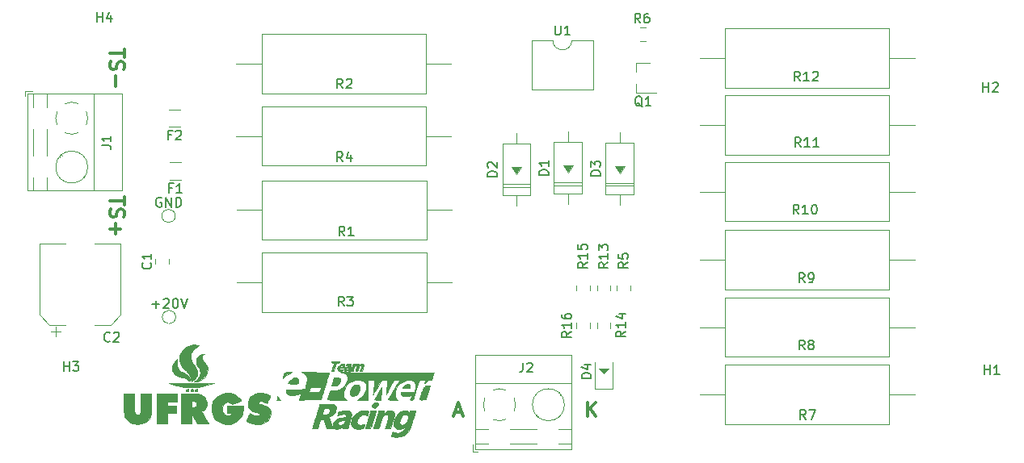
<source format=gbr>
G04 #@! TF.GenerationSoftware,KiCad,Pcbnew,(5.1.5)-3*
G04 #@! TF.CreationDate,2020-09-18T03:11:52-03:00*
G04 #@! TF.ProjectId,AIL,41494c2e-6b69-4636-9164-5f7063625858,rev?*
G04 #@! TF.SameCoordinates,Original*
G04 #@! TF.FileFunction,Legend,Top*
G04 #@! TF.FilePolarity,Positive*
%FSLAX46Y46*%
G04 Gerber Fmt 4.6, Leading zero omitted, Abs format (unit mm)*
G04 Created by KiCad (PCBNEW (5.1.5)-3) date 2020-09-18 03:11:52*
%MOMM*%
%LPD*%
G04 APERTURE LIST*
%ADD10C,0.300000*%
%ADD11C,0.120000*%
%ADD12C,0.100000*%
%ADD13C,0.010000*%
%ADD14C,0.150000*%
G04 APERTURE END LIST*
D10*
X111402857Y-129790000D02*
X112117142Y-129790000D01*
X111260000Y-130218571D02*
X111760000Y-128718571D01*
X112260000Y-130218571D01*
X125337142Y-130218571D02*
X125337142Y-128718571D01*
X126194285Y-130218571D02*
X125551428Y-129361428D01*
X126194285Y-128718571D02*
X125337142Y-129575714D01*
X76767428Y-107148571D02*
X76767428Y-108005714D01*
X75267428Y-107577142D02*
X76767428Y-107577142D01*
X75338857Y-108434285D02*
X75267428Y-108648571D01*
X75267428Y-109005714D01*
X75338857Y-109148571D01*
X75410285Y-109220000D01*
X75553142Y-109291428D01*
X75696000Y-109291428D01*
X75838857Y-109220000D01*
X75910285Y-109148571D01*
X75981714Y-109005714D01*
X76053142Y-108720000D01*
X76124571Y-108577142D01*
X76196000Y-108505714D01*
X76338857Y-108434285D01*
X76481714Y-108434285D01*
X76624571Y-108505714D01*
X76696000Y-108577142D01*
X76767428Y-108720000D01*
X76767428Y-109077142D01*
X76696000Y-109291428D01*
X75838857Y-109934285D02*
X75838857Y-111077142D01*
X75267428Y-110505714D02*
X76410285Y-110505714D01*
X76767428Y-91654571D02*
X76767428Y-92511714D01*
X75267428Y-92083142D02*
X76767428Y-92083142D01*
X75338857Y-92940285D02*
X75267428Y-93154571D01*
X75267428Y-93511714D01*
X75338857Y-93654571D01*
X75410285Y-93726000D01*
X75553142Y-93797428D01*
X75696000Y-93797428D01*
X75838857Y-93726000D01*
X75910285Y-93654571D01*
X75981714Y-93511714D01*
X76053142Y-93226000D01*
X76124571Y-93083142D01*
X76196000Y-93011714D01*
X76338857Y-92940285D01*
X76481714Y-92940285D01*
X76624571Y-93011714D01*
X76696000Y-93083142D01*
X76767428Y-93226000D01*
X76767428Y-93583142D01*
X76696000Y-93797428D01*
X75838857Y-94440285D02*
X75838857Y-95583142D01*
D11*
X137037900Y-127894080D02*
X139677900Y-127894080D01*
X159557900Y-127894080D02*
X156917900Y-127894080D01*
X139677900Y-131014080D02*
X156917900Y-131014080D01*
X139677900Y-124774080D02*
X139677900Y-131014080D01*
X156917900Y-124774080D02*
X139677900Y-124774080D01*
X156917900Y-131014080D02*
X156917900Y-124774080D01*
X80016280Y-114192818D02*
X80016280Y-113675662D01*
X81436280Y-114192818D02*
X81436280Y-113675662D01*
X82712184Y-103555120D02*
X81508056Y-103555120D01*
X82712184Y-105375120D02*
X81508056Y-105375120D01*
X82628824Y-99812520D02*
X81424696Y-99812520D01*
X82628824Y-97992520D02*
X81424696Y-97992520D01*
X130373340Y-93080680D02*
X131833340Y-93080680D01*
X130373340Y-96240680D02*
X132533340Y-96240680D01*
X130373340Y-96240680D02*
X130373340Y-95310680D01*
X130373340Y-93080680D02*
X130373340Y-94010680D01*
X88567080Y-108549440D02*
X91207080Y-108549440D01*
X111087080Y-108549440D02*
X108447080Y-108549440D01*
X91207080Y-111669440D02*
X108447080Y-111669440D01*
X91207080Y-105429440D02*
X91207080Y-111669440D01*
X108447080Y-105429440D02*
X91207080Y-105429440D01*
X108447080Y-111669440D02*
X108447080Y-105429440D01*
X91158081Y-90060841D02*
X91158081Y-96300841D01*
X91158081Y-96300841D02*
X108398081Y-96300841D01*
X108398081Y-96300841D02*
X108398081Y-90060841D01*
X108398081Y-90060841D02*
X91158081Y-90060841D01*
X88518081Y-93180841D02*
X91158081Y-93180841D01*
X111038081Y-93180841D02*
X108398081Y-93180841D01*
X91196481Y-112984041D02*
X91196481Y-119224041D01*
X91196481Y-119224041D02*
X108436481Y-119224041D01*
X108436481Y-119224041D02*
X108436481Y-112984041D01*
X108436481Y-112984041D02*
X91196481Y-112984041D01*
X88556481Y-116104041D02*
X91196481Y-116104041D01*
X111076481Y-116104041D02*
X108436481Y-116104041D01*
X88516280Y-100777040D02*
X91156280Y-100777040D01*
X111036280Y-100777040D02*
X108396280Y-100777040D01*
X91156280Y-103897040D02*
X108396280Y-103897040D01*
X91156280Y-97657040D02*
X91156280Y-103897040D01*
X108396280Y-97657040D02*
X91156280Y-97657040D01*
X108396280Y-103897040D02*
X108396280Y-97657040D01*
X128385500Y-116460748D02*
X128385500Y-116983252D01*
X129805500Y-116460748D02*
X129805500Y-116983252D01*
X131377212Y-90819040D02*
X130854708Y-90819040D01*
X131377212Y-89399040D02*
X130854708Y-89399040D01*
X139677900Y-117712880D02*
X139677900Y-123952880D01*
X139677900Y-123952880D02*
X156917900Y-123952880D01*
X156917900Y-123952880D02*
X156917900Y-117712880D01*
X156917900Y-117712880D02*
X139677900Y-117712880D01*
X137037900Y-120832880D02*
X139677900Y-120832880D01*
X159557900Y-120832880D02*
X156917900Y-120832880D01*
X137037900Y-113771680D02*
X139677900Y-113771680D01*
X159557900Y-113771680D02*
X156917900Y-113771680D01*
X139677900Y-116891680D02*
X156917900Y-116891680D01*
X139677900Y-110651680D02*
X139677900Y-116891680D01*
X156917900Y-110651680D02*
X139677900Y-110651680D01*
X156917900Y-116891680D02*
X156917900Y-110651680D01*
X139677900Y-103488880D02*
X139677900Y-109728880D01*
X139677900Y-109728880D02*
X156917900Y-109728880D01*
X156917900Y-109728880D02*
X156917900Y-103488880D01*
X156917900Y-103488880D02*
X139677900Y-103488880D01*
X137037900Y-106608880D02*
X139677900Y-106608880D01*
X159557900Y-106608880D02*
X156917900Y-106608880D01*
X156917900Y-102718480D02*
X156917900Y-96478480D01*
X156917900Y-96478480D02*
X139677900Y-96478480D01*
X139677900Y-96478480D02*
X139677900Y-102718480D01*
X139677900Y-102718480D02*
X156917900Y-102718480D01*
X159557900Y-99598480D02*
X156917900Y-99598480D01*
X137037900Y-99598480D02*
X139677900Y-99598480D01*
X159557900Y-92588080D02*
X156917900Y-92588080D01*
X137037900Y-92588080D02*
X139677900Y-92588080D01*
X156917900Y-89468080D02*
X139677900Y-89468080D01*
X156917900Y-95708080D02*
X156917900Y-89468080D01*
X139677900Y-95708080D02*
X156917900Y-95708080D01*
X139677900Y-89468080D02*
X139677900Y-95708080D01*
X127710000Y-116451748D02*
X127710000Y-116974252D01*
X126290000Y-116451748D02*
X126290000Y-116974252D01*
X126290000Y-120397748D02*
X126290000Y-120920252D01*
X127710000Y-120397748D02*
X127710000Y-120920252D01*
X123669300Y-90724680D02*
G75*
G02X121669300Y-90724680I-1000000J0D01*
G01*
X121669300Y-90724680D02*
X119434300Y-90724680D01*
X119434300Y-90724680D02*
X119434300Y-95924680D01*
X119434300Y-95924680D02*
X125904300Y-95924680D01*
X125904300Y-95924680D02*
X125904300Y-90724680D01*
X125904300Y-90724680D02*
X123669300Y-90724680D01*
X126040000Y-124485000D02*
X126040000Y-127345000D01*
X126040000Y-127345000D02*
X127960000Y-127345000D01*
X127960000Y-127345000D02*
X127960000Y-124485000D01*
D12*
G36*
X127508000Y-125231000D02*
G01*
X127000000Y-125739000D01*
X126492000Y-125231000D01*
X127508000Y-125231000D01*
G37*
X127508000Y-125231000D02*
X127000000Y-125739000D01*
X126492000Y-125231000D01*
X127508000Y-125231000D01*
D11*
X124131000Y-116442748D02*
X124131000Y-116965252D01*
X125551000Y-116442748D02*
X125551000Y-116965252D01*
X125551000Y-120397748D02*
X125551000Y-120920252D01*
X124131000Y-120397748D02*
X124131000Y-120920252D01*
X82165420Y-119771160D02*
G75*
G03X82165420Y-119771160I-700000J0D01*
G01*
X82119700Y-109161580D02*
G75*
G03X82119700Y-109161580I-700000J0D01*
G01*
D13*
G36*
X101697284Y-124678557D02*
G01*
X101770229Y-124702877D01*
X101820623Y-124751148D01*
X101825353Y-124760007D01*
X101836827Y-124789500D01*
X101841785Y-124822544D01*
X101839063Y-124865527D01*
X101827498Y-124924833D01*
X101805924Y-125006850D01*
X101773180Y-125117961D01*
X101740952Y-125223058D01*
X101677146Y-125429433D01*
X101572956Y-125429433D01*
X101513116Y-125426343D01*
X101475437Y-125418455D01*
X101468766Y-125412513D01*
X101474783Y-125386257D01*
X101490982Y-125329254D01*
X101514582Y-125251060D01*
X101531892Y-125195555D01*
X101569410Y-125068383D01*
X101590086Y-124975036D01*
X101594073Y-124910565D01*
X101581524Y-124870021D01*
X101552593Y-124848456D01*
X101542695Y-124845419D01*
X101482782Y-124843465D01*
X101428521Y-124871252D01*
X101377940Y-124931527D01*
X101329069Y-125027033D01*
X101279938Y-125160514D01*
X101252557Y-125249516D01*
X101203039Y-125418850D01*
X101089760Y-125425342D01*
X101022607Y-125426719D01*
X100990561Y-125419968D01*
X100986760Y-125404175D01*
X100996667Y-125373551D01*
X101015618Y-125311804D01*
X101040729Y-125228428D01*
X101064346Y-125149035D01*
X101097262Y-125027950D01*
X101113038Y-124941006D01*
X101111259Y-124883451D01*
X101091508Y-124850536D01*
X101053368Y-124837510D01*
X101036959Y-124836766D01*
X100982386Y-124845557D01*
X100935875Y-124875204D01*
X100893975Y-124930623D01*
X100853236Y-125016728D01*
X100810207Y-125138434D01*
X100798075Y-125176979D01*
X100720075Y-125429433D01*
X100618171Y-125429433D01*
X100555368Y-125426648D01*
X100524723Y-125415832D01*
X100516284Y-125393298D01*
X100516266Y-125391658D01*
X100523046Y-125351850D01*
X100540564Y-125288288D01*
X100558254Y-125234418D01*
X100584950Y-125154749D01*
X100616832Y-125054224D01*
X100647612Y-124952737D01*
X100651699Y-124938818D01*
X100682154Y-124834625D01*
X100704764Y-124764207D01*
X100724446Y-124720974D01*
X100746114Y-124698336D01*
X100774683Y-124689702D01*
X100815069Y-124688484D01*
X100838325Y-124688599D01*
X100900636Y-124689763D01*
X100930045Y-124697113D01*
X100935985Y-124716444D01*
X100930049Y-124744935D01*
X100922164Y-124783492D01*
X100932807Y-124787536D01*
X100964796Y-124765889D01*
X101046058Y-124719917D01*
X101132622Y-124691717D01*
X101216017Y-124681300D01*
X101287771Y-124688680D01*
X101339410Y-124713870D01*
X101362463Y-124756883D01*
X101362933Y-124765275D01*
X101375124Y-124791574D01*
X101408419Y-124785224D01*
X101452867Y-124751735D01*
X101527629Y-124702743D01*
X101612759Y-124678431D01*
X101697284Y-124678557D01*
G37*
X101697284Y-124678557D02*
X101770229Y-124702877D01*
X101820623Y-124751148D01*
X101825353Y-124760007D01*
X101836827Y-124789500D01*
X101841785Y-124822544D01*
X101839063Y-124865527D01*
X101827498Y-124924833D01*
X101805924Y-125006850D01*
X101773180Y-125117961D01*
X101740952Y-125223058D01*
X101677146Y-125429433D01*
X101572956Y-125429433D01*
X101513116Y-125426343D01*
X101475437Y-125418455D01*
X101468766Y-125412513D01*
X101474783Y-125386257D01*
X101490982Y-125329254D01*
X101514582Y-125251060D01*
X101531892Y-125195555D01*
X101569410Y-125068383D01*
X101590086Y-124975036D01*
X101594073Y-124910565D01*
X101581524Y-124870021D01*
X101552593Y-124848456D01*
X101542695Y-124845419D01*
X101482782Y-124843465D01*
X101428521Y-124871252D01*
X101377940Y-124931527D01*
X101329069Y-125027033D01*
X101279938Y-125160514D01*
X101252557Y-125249516D01*
X101203039Y-125418850D01*
X101089760Y-125425342D01*
X101022607Y-125426719D01*
X100990561Y-125419968D01*
X100986760Y-125404175D01*
X100996667Y-125373551D01*
X101015618Y-125311804D01*
X101040729Y-125228428D01*
X101064346Y-125149035D01*
X101097262Y-125027950D01*
X101113038Y-124941006D01*
X101111259Y-124883451D01*
X101091508Y-124850536D01*
X101053368Y-124837510D01*
X101036959Y-124836766D01*
X100982386Y-124845557D01*
X100935875Y-124875204D01*
X100893975Y-124930623D01*
X100853236Y-125016728D01*
X100810207Y-125138434D01*
X100798075Y-125176979D01*
X100720075Y-125429433D01*
X100618171Y-125429433D01*
X100555368Y-125426648D01*
X100524723Y-125415832D01*
X100516284Y-125393298D01*
X100516266Y-125391658D01*
X100523046Y-125351850D01*
X100540564Y-125288288D01*
X100558254Y-125234418D01*
X100584950Y-125154749D01*
X100616832Y-125054224D01*
X100647612Y-124952737D01*
X100651699Y-124938818D01*
X100682154Y-124834625D01*
X100704764Y-124764207D01*
X100724446Y-124720974D01*
X100746114Y-124698336D01*
X100774683Y-124689702D01*
X100815069Y-124688484D01*
X100838325Y-124688599D01*
X100900636Y-124689763D01*
X100930045Y-124697113D01*
X100935985Y-124716444D01*
X100930049Y-124744935D01*
X100922164Y-124783492D01*
X100932807Y-124787536D01*
X100964796Y-124765889D01*
X101046058Y-124719917D01*
X101132622Y-124691717D01*
X101216017Y-124681300D01*
X101287771Y-124688680D01*
X101339410Y-124713870D01*
X101362463Y-124756883D01*
X101362933Y-124765275D01*
X101375124Y-124791574D01*
X101408419Y-124785224D01*
X101452867Y-124751735D01*
X101527629Y-124702743D01*
X101612759Y-124678431D01*
X101697284Y-124678557D01*
G36*
X99064958Y-124392571D02*
G01*
X99170259Y-124393778D01*
X99243613Y-124396325D01*
X99290211Y-124400649D01*
X99315246Y-124407188D01*
X99323910Y-124416379D01*
X99322524Y-124425983D01*
X99307034Y-124473432D01*
X99296798Y-124510649D01*
X99286961Y-124537475D01*
X99267621Y-124552754D01*
X99228680Y-124559708D01*
X99160042Y-124561557D01*
X99137058Y-124561600D01*
X99087488Y-124560897D01*
X99048821Y-124561859D01*
X99018173Y-124569089D01*
X98992659Y-124587189D01*
X98969398Y-124620763D01*
X98945504Y-124674415D01*
X98918094Y-124752747D01*
X98884285Y-124860363D01*
X98841194Y-125001866D01*
X98822143Y-125064308D01*
X98710439Y-125429433D01*
X98595088Y-125429433D01*
X98529296Y-125427835D01*
X98497232Y-125420946D01*
X98490346Y-125405628D01*
X98494223Y-125392391D01*
X98506827Y-125355643D01*
X98528778Y-125287188D01*
X98557515Y-125195425D01*
X98590474Y-125088751D01*
X98625096Y-124975565D01*
X98658817Y-124864264D01*
X98689076Y-124763247D01*
X98713312Y-124680912D01*
X98728963Y-124625657D01*
X98733119Y-124609225D01*
X98735950Y-124583819D01*
X98725045Y-124569555D01*
X98691659Y-124563228D01*
X98627048Y-124561634D01*
X98603150Y-124561600D01*
X98532384Y-124559115D01*
X98482031Y-124552605D01*
X98463100Y-124543591D01*
X98469535Y-124512721D01*
X98485146Y-124462365D01*
X98486337Y-124458925D01*
X98509574Y-124392266D01*
X98922518Y-124392266D01*
X99064958Y-124392571D01*
G37*
X99064958Y-124392571D02*
X99170259Y-124393778D01*
X99243613Y-124396325D01*
X99290211Y-124400649D01*
X99315246Y-124407188D01*
X99323910Y-124416379D01*
X99322524Y-124425983D01*
X99307034Y-124473432D01*
X99296798Y-124510649D01*
X99286961Y-124537475D01*
X99267621Y-124552754D01*
X99228680Y-124559708D01*
X99160042Y-124561557D01*
X99137058Y-124561600D01*
X99087488Y-124560897D01*
X99048821Y-124561859D01*
X99018173Y-124569089D01*
X98992659Y-124587189D01*
X98969398Y-124620763D01*
X98945504Y-124674415D01*
X98918094Y-124752747D01*
X98884285Y-124860363D01*
X98841194Y-125001866D01*
X98822143Y-125064308D01*
X98710439Y-125429433D01*
X98595088Y-125429433D01*
X98529296Y-125427835D01*
X98497232Y-125420946D01*
X98490346Y-125405628D01*
X98494223Y-125392391D01*
X98506827Y-125355643D01*
X98528778Y-125287188D01*
X98557515Y-125195425D01*
X98590474Y-125088751D01*
X98625096Y-124975565D01*
X98658817Y-124864264D01*
X98689076Y-124763247D01*
X98713312Y-124680912D01*
X98728963Y-124625657D01*
X98733119Y-124609225D01*
X98735950Y-124583819D01*
X98725045Y-124569555D01*
X98691659Y-124563228D01*
X98627048Y-124561634D01*
X98603150Y-124561600D01*
X98532384Y-124559115D01*
X98482031Y-124552605D01*
X98463100Y-124543591D01*
X98469535Y-124512721D01*
X98485146Y-124462365D01*
X98486337Y-124458925D01*
X98509574Y-124392266D01*
X98922518Y-124392266D01*
X99064958Y-124392571D01*
G36*
X100367876Y-124684387D02*
G01*
X100445356Y-124699311D01*
X100477436Y-124713767D01*
X100509625Y-124738417D01*
X100531503Y-124767173D01*
X100542708Y-124805409D01*
X100542877Y-124858498D01*
X100531647Y-124931813D01*
X100508655Y-125030726D01*
X100473539Y-125160612D01*
X100439118Y-125281266D01*
X100399418Y-125418850D01*
X100299092Y-125425301D01*
X100237911Y-125426992D01*
X100208084Y-125419323D01*
X100199026Y-125398690D01*
X100198766Y-125391138D01*
X100196228Y-125368821D01*
X100182366Y-125363772D01*
X100147811Y-125376882D01*
X100099929Y-125400562D01*
X99998130Y-125440131D01*
X99911502Y-125445670D01*
X99844690Y-125424974D01*
X99796557Y-125381760D01*
X99777652Y-125319071D01*
X99785200Y-125245139D01*
X99795635Y-125219421D01*
X99993614Y-125219421D01*
X100008586Y-125263733D01*
X100019678Y-125273906D01*
X100072807Y-125290141D01*
X100138792Y-125281739D01*
X100194870Y-125253431D01*
X100225755Y-125217090D01*
X100257492Y-125163557D01*
X100279416Y-125112326D01*
X100283433Y-125091567D01*
X100265506Y-125079911D01*
X100220538Y-125079418D01*
X100161745Y-125088166D01*
X100102346Y-125104230D01*
X100057497Y-125124452D01*
X100010938Y-125168960D01*
X99993614Y-125219421D01*
X99795635Y-125219421D01*
X99816422Y-125168195D01*
X99868542Y-125096472D01*
X99938782Y-125038201D01*
X99982866Y-125015394D01*
X100045065Y-124996097D01*
X100128861Y-124978421D01*
X100197015Y-124968543D01*
X100286905Y-124952651D01*
X100336137Y-124928714D01*
X100345813Y-124895619D01*
X100317036Y-124852256D01*
X100314728Y-124849919D01*
X100255613Y-124820450D01*
X100168833Y-124821485D01*
X100071126Y-124847576D01*
X100016337Y-124865527D01*
X99981846Y-124874207D01*
X99976401Y-124874034D01*
X99978517Y-124852127D01*
X99989171Y-124806209D01*
X99990483Y-124801301D01*
X100015715Y-124748574D01*
X100064470Y-124716385D01*
X100085083Y-124708864D01*
X100173445Y-124688984D01*
X100272474Y-124680885D01*
X100367876Y-124684387D01*
G37*
X100367876Y-124684387D02*
X100445356Y-124699311D01*
X100477436Y-124713767D01*
X100509625Y-124738417D01*
X100531503Y-124767173D01*
X100542708Y-124805409D01*
X100542877Y-124858498D01*
X100531647Y-124931813D01*
X100508655Y-125030726D01*
X100473539Y-125160612D01*
X100439118Y-125281266D01*
X100399418Y-125418850D01*
X100299092Y-125425301D01*
X100237911Y-125426992D01*
X100208084Y-125419323D01*
X100199026Y-125398690D01*
X100198766Y-125391138D01*
X100196228Y-125368821D01*
X100182366Y-125363772D01*
X100147811Y-125376882D01*
X100099929Y-125400562D01*
X99998130Y-125440131D01*
X99911502Y-125445670D01*
X99844690Y-125424974D01*
X99796557Y-125381760D01*
X99777652Y-125319071D01*
X99785200Y-125245139D01*
X99795635Y-125219421D01*
X99993614Y-125219421D01*
X100008586Y-125263733D01*
X100019678Y-125273906D01*
X100072807Y-125290141D01*
X100138792Y-125281739D01*
X100194870Y-125253431D01*
X100225755Y-125217090D01*
X100257492Y-125163557D01*
X100279416Y-125112326D01*
X100283433Y-125091567D01*
X100265506Y-125079911D01*
X100220538Y-125079418D01*
X100161745Y-125088166D01*
X100102346Y-125104230D01*
X100057497Y-125124452D01*
X100010938Y-125168960D01*
X99993614Y-125219421D01*
X99795635Y-125219421D01*
X99816422Y-125168195D01*
X99868542Y-125096472D01*
X99938782Y-125038201D01*
X99982866Y-125015394D01*
X100045065Y-124996097D01*
X100128861Y-124978421D01*
X100197015Y-124968543D01*
X100286905Y-124952651D01*
X100336137Y-124928714D01*
X100345813Y-124895619D01*
X100317036Y-124852256D01*
X100314728Y-124849919D01*
X100255613Y-124820450D01*
X100168833Y-124821485D01*
X100071126Y-124847576D01*
X100016337Y-124865527D01*
X99981846Y-124874207D01*
X99976401Y-124874034D01*
X99978517Y-124852127D01*
X99989171Y-124806209D01*
X99990483Y-124801301D01*
X100015715Y-124748574D01*
X100064470Y-124716385D01*
X100085083Y-124708864D01*
X100173445Y-124688984D01*
X100272474Y-124680885D01*
X100367876Y-124684387D01*
G36*
X99713308Y-124688970D02*
G01*
X99792285Y-124723603D01*
X99839111Y-124779237D01*
X99856813Y-124861070D01*
X99854123Y-124930895D01*
X99844128Y-125014127D01*
X99829504Y-125070666D01*
X99802854Y-125105673D01*
X99756780Y-125124307D01*
X99683888Y-125131728D01*
X99576779Y-125133097D01*
X99564271Y-125133100D01*
X99468742Y-125134897D01*
X99390211Y-125139776D01*
X99337734Y-125146966D01*
X99320620Y-125153829D01*
X99319235Y-125191402D01*
X99345201Y-125235802D01*
X99388975Y-125273098D01*
X99408941Y-125282759D01*
X99477977Y-125292829D01*
X99571696Y-125283617D01*
X99634159Y-125273766D01*
X99676870Y-125269913D01*
X99687679Y-125271232D01*
X99687146Y-125294239D01*
X99675523Y-125338152D01*
X99652004Y-125380537D01*
X99607738Y-125408053D01*
X99562193Y-125422438D01*
X99418234Y-125446548D01*
X99295213Y-125437974D01*
X99225394Y-125413525D01*
X99148565Y-125354490D01*
X99107074Y-125272732D01*
X99101172Y-125169211D01*
X99130265Y-125047256D01*
X99166996Y-124973605D01*
X99373266Y-124973605D01*
X99392562Y-124979417D01*
X99442978Y-124983503D01*
X99508585Y-124984933D01*
X99587162Y-124982419D01*
X99632769Y-124973453D01*
X99654546Y-124955900D01*
X99657232Y-124950201D01*
X99663434Y-124890137D01*
X99636824Y-124846161D01*
X99585693Y-124824232D01*
X99518332Y-124830312D01*
X99499738Y-124836985D01*
X99451730Y-124867440D01*
X99406557Y-124911943D01*
X99377546Y-124956096D01*
X99373266Y-124973605D01*
X99166996Y-124973605D01*
X99193246Y-124920971D01*
X99281761Y-124816470D01*
X99388858Y-124738026D01*
X99507581Y-124689913D01*
X99630979Y-124676402D01*
X99713308Y-124688970D01*
G37*
X99713308Y-124688970D02*
X99792285Y-124723603D01*
X99839111Y-124779237D01*
X99856813Y-124861070D01*
X99854123Y-124930895D01*
X99844128Y-125014127D01*
X99829504Y-125070666D01*
X99802854Y-125105673D01*
X99756780Y-125124307D01*
X99683888Y-125131728D01*
X99576779Y-125133097D01*
X99564271Y-125133100D01*
X99468742Y-125134897D01*
X99390211Y-125139776D01*
X99337734Y-125146966D01*
X99320620Y-125153829D01*
X99319235Y-125191402D01*
X99345201Y-125235802D01*
X99388975Y-125273098D01*
X99408941Y-125282759D01*
X99477977Y-125292829D01*
X99571696Y-125283617D01*
X99634159Y-125273766D01*
X99676870Y-125269913D01*
X99687679Y-125271232D01*
X99687146Y-125294239D01*
X99675523Y-125338152D01*
X99652004Y-125380537D01*
X99607738Y-125408053D01*
X99562193Y-125422438D01*
X99418234Y-125446548D01*
X99295213Y-125437974D01*
X99225394Y-125413525D01*
X99148565Y-125354490D01*
X99107074Y-125272732D01*
X99101172Y-125169211D01*
X99130265Y-125047256D01*
X99166996Y-124973605D01*
X99373266Y-124973605D01*
X99392562Y-124979417D01*
X99442978Y-124983503D01*
X99508585Y-124984933D01*
X99587162Y-124982419D01*
X99632769Y-124973453D01*
X99654546Y-124955900D01*
X99657232Y-124950201D01*
X99663434Y-124890137D01*
X99636824Y-124846161D01*
X99585693Y-124824232D01*
X99518332Y-124830312D01*
X99499738Y-124836985D01*
X99451730Y-124867440D01*
X99406557Y-124911943D01*
X99377546Y-124956096D01*
X99373266Y-124973605D01*
X99166996Y-124973605D01*
X99193246Y-124920971D01*
X99281761Y-124816470D01*
X99388858Y-124738026D01*
X99507581Y-124689913D01*
X99630979Y-124676402D01*
X99713308Y-124688970D01*
G36*
X94122449Y-125667010D02*
G01*
X93877615Y-125797415D01*
X93658718Y-125949608D01*
X93490994Y-126095067D01*
X93425809Y-126153722D01*
X93383701Y-126185017D01*
X93367018Y-126187320D01*
X93367656Y-126180850D01*
X93378626Y-126142265D01*
X93397715Y-126074689D01*
X93421600Y-125989891D01*
X93433375Y-125948016D01*
X93460788Y-125851282D01*
X93487440Y-125758615D01*
X93508840Y-125685580D01*
X93514380Y-125667140D01*
X93541850Y-125576763D01*
X93939077Y-125571890D01*
X94336304Y-125567016D01*
X94122449Y-125667010D01*
G37*
X94122449Y-125667010D02*
X93877615Y-125797415D01*
X93658718Y-125949608D01*
X93490994Y-126095067D01*
X93425809Y-126153722D01*
X93383701Y-126185017D01*
X93367018Y-126187320D01*
X93367656Y-126180850D01*
X93378626Y-126142265D01*
X93397715Y-126074689D01*
X93421600Y-125989891D01*
X93433375Y-125948016D01*
X93460788Y-125851282D01*
X93487440Y-125758615D01*
X93508840Y-125685580D01*
X93514380Y-125667140D01*
X93541850Y-125576763D01*
X93939077Y-125571890D01*
X94336304Y-125567016D01*
X94122449Y-125667010D01*
G36*
X94804947Y-126156309D02*
G01*
X94905287Y-126196886D01*
X94980487Y-126262561D01*
X94992755Y-126280117D01*
X95015350Y-126322334D01*
X95027367Y-126367383D01*
X95030669Y-126428275D01*
X95027119Y-126518020D01*
X95027031Y-126519516D01*
X95023709Y-126592708D01*
X95020208Y-126649663D01*
X95011742Y-126692400D01*
X94993526Y-126722937D01*
X94960774Y-126743292D01*
X94908700Y-126755483D01*
X94832518Y-126761528D01*
X94727442Y-126763444D01*
X94588687Y-126763251D01*
X94449752Y-126762933D01*
X94303924Y-126762260D01*
X94173128Y-126760365D01*
X94062985Y-126757436D01*
X93979120Y-126753660D01*
X93927155Y-126749223D01*
X93912266Y-126745048D01*
X93923076Y-126719571D01*
X93951487Y-126669545D01*
X93991475Y-126605543D01*
X93993666Y-126602173D01*
X94090032Y-126475289D01*
X94204569Y-126358059D01*
X94326071Y-126260760D01*
X94435110Y-126197343D01*
X94561655Y-126155320D01*
X94687669Y-126142048D01*
X94804947Y-126156309D01*
G37*
X94804947Y-126156309D02*
X94905287Y-126196886D01*
X94980487Y-126262561D01*
X94992755Y-126280117D01*
X95015350Y-126322334D01*
X95027367Y-126367383D01*
X95030669Y-126428275D01*
X95027119Y-126518020D01*
X95027031Y-126519516D01*
X95023709Y-126592708D01*
X95020208Y-126649663D01*
X95011742Y-126692400D01*
X94993526Y-126722937D01*
X94960774Y-126743292D01*
X94908700Y-126755483D01*
X94832518Y-126761528D01*
X94727442Y-126763444D01*
X94588687Y-126763251D01*
X94449752Y-126762933D01*
X94303924Y-126762260D01*
X94173128Y-126760365D01*
X94062985Y-126757436D01*
X93979120Y-126753660D01*
X93927155Y-126749223D01*
X93912266Y-126745048D01*
X93923076Y-126719571D01*
X93951487Y-126669545D01*
X93991475Y-126605543D01*
X93993666Y-126602173D01*
X94090032Y-126475289D01*
X94204569Y-126358059D01*
X94326071Y-126260760D01*
X94435110Y-126197343D01*
X94561655Y-126155320D01*
X94687669Y-126142048D01*
X94804947Y-126156309D01*
G36*
X98949190Y-126106884D02*
G01*
X99087644Y-126110577D01*
X99191804Y-126122670D01*
X99269189Y-126144965D01*
X99327322Y-126179263D01*
X99353671Y-126203744D01*
X99383459Y-126242802D01*
X99398915Y-126288313D01*
X99404138Y-126355279D01*
X99404295Y-126388985D01*
X99399420Y-126473233D01*
X99382170Y-126544912D01*
X99346998Y-126624281D01*
X99332040Y-126652772D01*
X99247082Y-126780070D01*
X99144448Y-126872639D01*
X99016042Y-126936987D01*
X98953616Y-126956848D01*
X98884666Y-126971641D01*
X98800221Y-126983523D01*
X98709961Y-126991974D01*
X98623565Y-126996476D01*
X98550715Y-126996509D01*
X98501089Y-126991554D01*
X98484266Y-126982015D01*
X98490187Y-126958557D01*
X98506741Y-126900759D01*
X98532117Y-126814743D01*
X98564502Y-126706632D01*
X98602085Y-126582548D01*
X98615815Y-126537515D01*
X98747365Y-126106766D01*
X98949190Y-126106884D01*
G37*
X98949190Y-126106884D02*
X99087644Y-126110577D01*
X99191804Y-126122670D01*
X99269189Y-126144965D01*
X99327322Y-126179263D01*
X99353671Y-126203744D01*
X99383459Y-126242802D01*
X99398915Y-126288313D01*
X99404138Y-126355279D01*
X99404295Y-126388985D01*
X99399420Y-126473233D01*
X99382170Y-126544912D01*
X99346998Y-126624281D01*
X99332040Y-126652772D01*
X99247082Y-126780070D01*
X99144448Y-126872639D01*
X99016042Y-126936987D01*
X98953616Y-126956848D01*
X98884666Y-126971641D01*
X98800221Y-126983523D01*
X98709961Y-126991974D01*
X98623565Y-126996476D01*
X98550715Y-126996509D01*
X98501089Y-126991554D01*
X98484266Y-126982015D01*
X98490187Y-126958557D01*
X98506741Y-126900759D01*
X98532117Y-126814743D01*
X98564502Y-126706632D01*
X98602085Y-126582548D01*
X98615815Y-126537515D01*
X98747365Y-126106766D01*
X98949190Y-126106884D01*
G36*
X106523350Y-126819970D02*
G01*
X106572628Y-126832349D01*
X106612013Y-126859445D01*
X106624941Y-126871820D01*
X106657653Y-126911259D01*
X106673976Y-126955233D01*
X106678832Y-127019863D01*
X106678760Y-127048148D01*
X106678271Y-127118915D01*
X106674968Y-127170899D01*
X106663188Y-127206981D01*
X106637271Y-127230045D01*
X106591553Y-127242973D01*
X106520374Y-127248647D01*
X106418071Y-127249951D01*
X106282756Y-127249766D01*
X106163091Y-127249134D01*
X106059619Y-127247382D01*
X105979128Y-127244723D01*
X105928406Y-127241371D01*
X105913766Y-127238132D01*
X105926873Y-127199039D01*
X105961405Y-127139727D01*
X106010180Y-127071179D01*
X106066016Y-127004379D01*
X106068068Y-127002145D01*
X106175304Y-126904554D01*
X106285196Y-126844885D01*
X106406039Y-126819105D01*
X106448096Y-126817355D01*
X106523350Y-126819970D01*
G37*
X106523350Y-126819970D02*
X106572628Y-126832349D01*
X106612013Y-126859445D01*
X106624941Y-126871820D01*
X106657653Y-126911259D01*
X106673976Y-126955233D01*
X106678832Y-127019863D01*
X106678760Y-127048148D01*
X106678271Y-127118915D01*
X106674968Y-127170899D01*
X106663188Y-127206981D01*
X106637271Y-127230045D01*
X106591553Y-127242973D01*
X106520374Y-127248647D01*
X106418071Y-127249951D01*
X106282756Y-127249766D01*
X106163091Y-127249134D01*
X106059619Y-127247382D01*
X105979128Y-127244723D01*
X105928406Y-127241371D01*
X105913766Y-127238132D01*
X105926873Y-127199039D01*
X105961405Y-127139727D01*
X106010180Y-127071179D01*
X106066016Y-127004379D01*
X106068068Y-127002145D01*
X106175304Y-126904554D01*
X106285196Y-126844885D01*
X106406039Y-126819105D01*
X106448096Y-126817355D01*
X106523350Y-126819970D01*
G36*
X101200416Y-126877923D02*
G01*
X101306688Y-126911105D01*
X101383074Y-126973586D01*
X101428762Y-127064258D01*
X101442942Y-127182012D01*
X101424804Y-127325742D01*
X101417421Y-127356747D01*
X101350350Y-127565207D01*
X101264912Y-127736871D01*
X101161548Y-127871260D01*
X101040701Y-127967896D01*
X100902813Y-128026300D01*
X100781262Y-128045137D01*
X100705104Y-128046779D01*
X100641117Y-128044200D01*
X100611516Y-128039836D01*
X100519507Y-127994627D01*
X100455984Y-127919733D01*
X100421383Y-127817176D01*
X100416142Y-127688978D01*
X100440696Y-127537159D01*
X100476754Y-127415272D01*
X100554450Y-127238544D01*
X100653529Y-127094285D01*
X100771869Y-126984444D01*
X100907347Y-126910969D01*
X101057842Y-126875810D01*
X101065067Y-126875148D01*
X101200416Y-126877923D01*
G37*
X101200416Y-126877923D02*
X101306688Y-126911105D01*
X101383074Y-126973586D01*
X101428762Y-127064258D01*
X101442942Y-127182012D01*
X101424804Y-127325742D01*
X101417421Y-127356747D01*
X101350350Y-127565207D01*
X101264912Y-127736871D01*
X101161548Y-127871260D01*
X101040701Y-127967896D01*
X100902813Y-128026300D01*
X100781262Y-128045137D01*
X100705104Y-128046779D01*
X100641117Y-128044200D01*
X100611516Y-128039836D01*
X100519507Y-127994627D01*
X100455984Y-127919733D01*
X100421383Y-127817176D01*
X100416142Y-127688978D01*
X100440696Y-127537159D01*
X100476754Y-127415272D01*
X100554450Y-127238544D01*
X100653529Y-127094285D01*
X100771869Y-126984444D01*
X100907347Y-126910969D01*
X101057842Y-126875810D01*
X101065067Y-126875148D01*
X101200416Y-126877923D01*
G36*
X108634690Y-126947260D02*
G01*
X108707771Y-126957781D01*
X108757745Y-126976500D01*
X108764510Y-126981955D01*
X108766392Y-126995531D01*
X108760977Y-127028696D01*
X108747178Y-127085607D01*
X108723907Y-127170422D01*
X108690076Y-127287297D01*
X108644637Y-127440266D01*
X108617484Y-127531908D01*
X108590071Y-127625890D01*
X108573504Y-127683683D01*
X108559305Y-127733606D01*
X108541514Y-127795637D01*
X108518555Y-127875224D01*
X108488852Y-127977812D01*
X108450832Y-128108851D01*
X108402918Y-128273787D01*
X108389870Y-128318683D01*
X108352956Y-128445683D01*
X108010200Y-128451506D01*
X107896024Y-128452505D01*
X107799144Y-128451546D01*
X107726338Y-128448847D01*
X107684387Y-128444621D01*
X107676977Y-128440923D01*
X107685614Y-128416918D01*
X107704836Y-128358144D01*
X107732834Y-128270309D01*
X107767800Y-128159121D01*
X107807923Y-128030290D01*
X107839825Y-127927100D01*
X107900208Y-127734321D01*
X107951923Y-127577421D01*
X107997215Y-127451371D01*
X108038327Y-127351148D01*
X108077505Y-127271724D01*
X108116990Y-127208074D01*
X108159029Y-127155173D01*
X108205320Y-127108495D01*
X108275428Y-127046885D01*
X108332502Y-127007230D01*
X108392530Y-126980665D01*
X108471498Y-126958323D01*
X108479809Y-126956282D01*
X108553652Y-126946306D01*
X108634690Y-126947260D01*
G37*
X108634690Y-126947260D02*
X108707771Y-126957781D01*
X108757745Y-126976500D01*
X108764510Y-126981955D01*
X108766392Y-126995531D01*
X108760977Y-127028696D01*
X108747178Y-127085607D01*
X108723907Y-127170422D01*
X108690076Y-127287297D01*
X108644637Y-127440266D01*
X108617484Y-127531908D01*
X108590071Y-127625890D01*
X108573504Y-127683683D01*
X108559305Y-127733606D01*
X108541514Y-127795637D01*
X108518555Y-127875224D01*
X108488852Y-127977812D01*
X108450832Y-128108851D01*
X108402918Y-128273787D01*
X108389870Y-128318683D01*
X108352956Y-128445683D01*
X108010200Y-128451506D01*
X107896024Y-128452505D01*
X107799144Y-128451546D01*
X107726338Y-128448847D01*
X107684387Y-128444621D01*
X107676977Y-128440923D01*
X107685614Y-128416918D01*
X107704836Y-128358144D01*
X107732834Y-128270309D01*
X107767800Y-128159121D01*
X107807923Y-128030290D01*
X107839825Y-127927100D01*
X107900208Y-127734321D01*
X107951923Y-127577421D01*
X107997215Y-127451371D01*
X108038327Y-127351148D01*
X108077505Y-127271724D01*
X108116990Y-127208074D01*
X108159029Y-127155173D01*
X108205320Y-127108495D01*
X108275428Y-127046885D01*
X108332502Y-127007230D01*
X108392530Y-126980665D01*
X108471498Y-126958323D01*
X108479809Y-126956282D01*
X108553652Y-126946306D01*
X108634690Y-126947260D01*
G36*
X103727090Y-127174156D02*
G01*
X103726841Y-127175683D01*
X103722328Y-127215805D01*
X103716228Y-127290682D01*
X103709066Y-127392789D01*
X103701362Y-127514601D01*
X103693639Y-127648591D01*
X103692305Y-127673100D01*
X103684356Y-127818128D01*
X103676277Y-127961441D01*
X103668653Y-128092960D01*
X103662068Y-128202602D01*
X103657106Y-128280286D01*
X103657014Y-128281641D01*
X103645133Y-128456266D01*
X103308366Y-128456266D01*
X103194359Y-128455463D01*
X103096863Y-128453244D01*
X103022983Y-128449895D01*
X102979821Y-128445702D01*
X102971600Y-128442732D01*
X102981893Y-128418837D01*
X103008603Y-128370610D01*
X103038300Y-128321024D01*
X103190295Y-128063710D01*
X103213508Y-128022350D01*
X103233721Y-127987222D01*
X103269975Y-127925236D01*
X103316680Y-127845923D01*
X103356311Y-127778933D01*
X103417954Y-127673895D01*
X103489856Y-127549771D01*
X103561685Y-127424466D01*
X103606738Y-127345016D01*
X103660290Y-127252932D01*
X103699164Y-127192402D01*
X103721913Y-127165463D01*
X103727090Y-127174156D01*
G37*
X103727090Y-127174156D02*
X103726841Y-127175683D01*
X103722328Y-127215805D01*
X103716228Y-127290682D01*
X103709066Y-127392789D01*
X103701362Y-127514601D01*
X103693639Y-127648591D01*
X103692305Y-127673100D01*
X103684356Y-127818128D01*
X103676277Y-127961441D01*
X103668653Y-128092960D01*
X103662068Y-128202602D01*
X103657106Y-128280286D01*
X103657014Y-128281641D01*
X103645133Y-128456266D01*
X103308366Y-128456266D01*
X103194359Y-128455463D01*
X103096863Y-128453244D01*
X103022983Y-128449895D01*
X102979821Y-128445702D01*
X102971600Y-128442732D01*
X102981893Y-128418837D01*
X103008603Y-128370610D01*
X103038300Y-128321024D01*
X103190295Y-128063710D01*
X103213508Y-128022350D01*
X103233721Y-127987222D01*
X103269975Y-127925236D01*
X103316680Y-127845923D01*
X103356311Y-127778933D01*
X103417954Y-127673895D01*
X103489856Y-127549771D01*
X103561685Y-127424466D01*
X103606738Y-127345016D01*
X103660290Y-127252932D01*
X103699164Y-127192402D01*
X103721913Y-127165463D01*
X103727090Y-127174156D01*
G36*
X99468030Y-125564284D02*
G01*
X99529918Y-125567822D01*
X99566675Y-125568743D01*
X99643784Y-125569640D01*
X99759261Y-125570509D01*
X99911126Y-125571347D01*
X100097394Y-125572150D01*
X100316085Y-125572914D01*
X100565216Y-125573634D01*
X100842805Y-125574307D01*
X101146869Y-125574930D01*
X101475427Y-125575497D01*
X101826496Y-125576005D01*
X102198094Y-125576450D01*
X102588239Y-125576828D01*
X102994948Y-125577136D01*
X103416240Y-125577369D01*
X103850132Y-125577523D01*
X104294641Y-125577595D01*
X104444038Y-125577600D01*
X109190922Y-125577600D01*
X109170598Y-125635808D01*
X109157878Y-125675393D01*
X109135803Y-125747340D01*
X109106872Y-125843368D01*
X109073586Y-125955199D01*
X109050729Y-126032683D01*
X108951183Y-126371350D01*
X108811034Y-126383407D01*
X108641980Y-126418021D01*
X108488048Y-126491795D01*
X108348077Y-126605311D01*
X108329740Y-126624184D01*
X108272275Y-126682485D01*
X108238108Y-126708716D01*
X108225343Y-126701109D01*
X108232085Y-126657895D01*
X108256440Y-126577306D01*
X108261847Y-126560818D01*
X108281803Y-126493037D01*
X108292546Y-126441515D01*
X108292348Y-126419949D01*
X108268575Y-126413955D01*
X108210276Y-126408900D01*
X108125259Y-126405203D01*
X108021329Y-126403279D01*
X107976755Y-126403099D01*
X107857144Y-126403404D01*
X107772776Y-126404990D01*
X107716565Y-126408865D01*
X107681419Y-126416038D01*
X107660253Y-126427516D01*
X107645976Y-126444307D01*
X107641856Y-126450724D01*
X107614722Y-126508052D01*
X107597900Y-126561850D01*
X107587025Y-126602700D01*
X107566280Y-126674514D01*
X107538529Y-126767882D01*
X107506635Y-126873393D01*
X107473463Y-126981639D01*
X107441877Y-127083210D01*
X107414741Y-127168697D01*
X107394950Y-127228600D01*
X107381422Y-127270372D01*
X107359192Y-127341689D01*
X107331670Y-127431533D01*
X107309811Y-127503766D01*
X107268673Y-127639629D01*
X107225009Y-127782431D01*
X107180964Y-127925302D01*
X107138681Y-128061370D01*
X107100302Y-128183764D01*
X107067973Y-128285613D01*
X107043836Y-128360044D01*
X107030834Y-128398058D01*
X107019206Y-128425454D01*
X107003026Y-128442465D01*
X106973292Y-128451471D01*
X106921006Y-128454852D01*
X106837168Y-128454985D01*
X106816073Y-128454834D01*
X106726029Y-128453149D01*
X106673985Y-128449275D01*
X106655636Y-128442526D01*
X106666676Y-128432216D01*
X106668497Y-128431315D01*
X106703887Y-128398206D01*
X106737016Y-128342214D01*
X106745352Y-128321622D01*
X106780844Y-128218284D01*
X106811749Y-128121431D01*
X106835735Y-128039125D01*
X106850474Y-127979424D01*
X106853634Y-127950389D01*
X106853011Y-127949222D01*
X106829206Y-127950042D01*
X106783315Y-127964656D01*
X106775500Y-127967811D01*
X106558964Y-128038229D01*
X106332248Y-128076636D01*
X106220683Y-128082597D01*
X106061068Y-128073844D01*
X105937053Y-128043027D01*
X105847693Y-127989451D01*
X105792043Y-127912420D01*
X105769158Y-127811236D01*
X105769772Y-127750475D01*
X105776183Y-127662516D01*
X106456466Y-127656934D01*
X107136750Y-127651353D01*
X107173125Y-127540518D01*
X107238389Y-127315993D01*
X107276393Y-127120949D01*
X107287021Y-126952378D01*
X107270154Y-126807274D01*
X107225676Y-126682631D01*
X107153470Y-126575441D01*
X107134663Y-126554752D01*
X107018681Y-126462761D01*
X106877983Y-126400078D01*
X106717898Y-126366186D01*
X106543756Y-126360573D01*
X106360888Y-126382724D01*
X106174624Y-126432124D01*
X105990294Y-126508260D01*
X105813228Y-126610617D01*
X105702100Y-126692966D01*
X105521920Y-126867037D01*
X105368883Y-127073153D01*
X105242718Y-127311709D01*
X105187196Y-127449939D01*
X105158832Y-127533401D01*
X105140388Y-127605785D01*
X105129641Y-127681338D01*
X105124369Y-127774308D01*
X105122676Y-127863600D01*
X105122357Y-127972558D01*
X105125196Y-128049788D01*
X105132686Y-128105864D01*
X105146318Y-128151358D01*
X105167582Y-128196842D01*
X105170433Y-128202266D01*
X105217784Y-128275272D01*
X105279106Y-128349547D01*
X105306247Y-128376891D01*
X105391643Y-128456266D01*
X104878872Y-128456266D01*
X104737207Y-128455643D01*
X104611274Y-128453891D01*
X104506699Y-128451189D01*
X104429104Y-128447712D01*
X104384113Y-128443639D01*
X104375088Y-128440391D01*
X104391486Y-128412419D01*
X104426921Y-128352643D01*
X104478693Y-128265588D01*
X104544101Y-128155777D01*
X104620446Y-128027734D01*
X104705027Y-127885982D01*
X104795144Y-127735045D01*
X104888096Y-127579446D01*
X104981185Y-127423709D01*
X105071709Y-127272358D01*
X105156968Y-127129916D01*
X105234263Y-127000906D01*
X105249380Y-126975694D01*
X105330513Y-126839286D01*
X105403482Y-126714450D01*
X105465685Y-126605808D01*
X105514521Y-126517986D01*
X105547390Y-126455608D01*
X105561690Y-126423298D01*
X105561922Y-126420069D01*
X105536166Y-126411440D01*
X105477816Y-126405672D01*
X105396508Y-126402612D01*
X105301872Y-126402107D01*
X105203542Y-126404002D01*
X105111152Y-126408144D01*
X105034333Y-126414381D01*
X104982720Y-126422557D01*
X104966575Y-126429558D01*
X104952593Y-126453849D01*
X104921812Y-126511674D01*
X104876442Y-126598742D01*
X104818694Y-126710763D01*
X104750779Y-126843445D01*
X104674907Y-126992497D01*
X104593289Y-127153628D01*
X104579469Y-127180988D01*
X104497909Y-127342129D01*
X104422413Y-127490551D01*
X104355068Y-127622206D01*
X104297962Y-127733043D01*
X104253185Y-127819012D01*
X104222824Y-127876064D01*
X104208968Y-127900149D01*
X104208362Y-127900655D01*
X104208013Y-127878705D01*
X104211308Y-127824366D01*
X104217594Y-127747359D01*
X104221515Y-127704850D01*
X104232333Y-127582986D01*
X104244652Y-127430108D01*
X104257664Y-127257469D01*
X104270564Y-127076327D01*
X104282546Y-126897935D01*
X104292802Y-126733549D01*
X104299205Y-126620058D01*
X104310649Y-126403100D01*
X104002509Y-126403100D01*
X103694368Y-126403099D01*
X103287050Y-127117475D01*
X103195572Y-127277634D01*
X103109703Y-127427443D01*
X103031916Y-127562627D01*
X102964681Y-127678913D01*
X102910470Y-127772029D01*
X102871757Y-127837702D01*
X102851012Y-127871658D01*
X102849297Y-127874183D01*
X102828190Y-127901307D01*
X102824781Y-127893166D01*
X102831570Y-127860559D01*
X102837316Y-127823270D01*
X102846129Y-127750964D01*
X102857227Y-127650782D01*
X102869827Y-127529865D01*
X102883147Y-127395353D01*
X102887248Y-127352559D01*
X102901412Y-127205925D01*
X102915731Y-127061871D01*
X102929229Y-126929928D01*
X102940929Y-126819623D01*
X102949852Y-126740486D01*
X102950910Y-126731738D01*
X102960981Y-126639403D01*
X102968342Y-126552515D01*
X102971560Y-126488306D01*
X102971600Y-126483030D01*
X102971600Y-126403100D01*
X102320440Y-126403100D01*
X102307778Y-126577725D01*
X102303724Y-126648998D01*
X102299223Y-126754150D01*
X102294563Y-126884732D01*
X102290032Y-127032297D01*
X102285919Y-127188395D01*
X102283795Y-127281516D01*
X102279927Y-127450752D01*
X102275454Y-127627624D01*
X102270691Y-127800783D01*
X102265957Y-127958877D01*
X102261569Y-128090558D01*
X102259974Y-128133475D01*
X102247476Y-128456266D01*
X101715246Y-128455883D01*
X101183016Y-128455499D01*
X101297367Y-128392468D01*
X101515540Y-128250210D01*
X101700664Y-128081816D01*
X101853869Y-127886124D01*
X101944920Y-127727923D01*
X102028930Y-127543210D01*
X102084897Y-127375835D01*
X102115874Y-127214407D01*
X102124933Y-127055891D01*
X102123306Y-126960827D01*
X102116089Y-126891961D01*
X102099773Y-126833206D01*
X102070851Y-126768478D01*
X102055831Y-126738977D01*
X101963688Y-126605348D01*
X101840821Y-126500427D01*
X101687922Y-126424549D01*
X101505686Y-126378052D01*
X101294807Y-126361273D01*
X101276825Y-126361224D01*
X101025057Y-126381550D01*
X100784391Y-126439556D01*
X100558968Y-126532756D01*
X100352928Y-126658663D01*
X100170410Y-126814793D01*
X100015553Y-126998659D01*
X99903046Y-127186215D01*
X99813791Y-127394421D01*
X99756427Y-127595433D01*
X99730774Y-127785719D01*
X99736651Y-127961747D01*
X99773877Y-128119985D01*
X99842273Y-128256899D01*
X99941656Y-128368958D01*
X99964452Y-128387475D01*
X100053890Y-128456266D01*
X99046828Y-128456266D01*
X98808148Y-128456083D01*
X98608623Y-128455473D01*
X98445080Y-128454349D01*
X98314342Y-128452621D01*
X98213234Y-128450201D01*
X98138580Y-128446999D01*
X98087206Y-128442927D01*
X98055934Y-128437895D01*
X98041591Y-128431816D01*
X98039766Y-128428081D01*
X98045897Y-128393721D01*
X98062372Y-128329189D01*
X98086312Y-128244530D01*
X98114842Y-128149789D01*
X98145083Y-128055010D01*
X98155992Y-128022350D01*
X98175141Y-127963153D01*
X98201464Y-127878310D01*
X98230330Y-127782830D01*
X98240912Y-127747183D01*
X98266260Y-127661377D01*
X98287369Y-127590041D01*
X98301155Y-127543589D01*
X98304370Y-127532843D01*
X98328973Y-127521609D01*
X98394883Y-127511834D01*
X98501093Y-127503627D01*
X98636055Y-127497463D01*
X98811789Y-127488217D01*
X98956394Y-127472731D01*
X99080905Y-127448583D01*
X99196354Y-127413350D01*
X99313775Y-127364611D01*
X99375125Y-127335188D01*
X99576513Y-127217034D01*
X99748792Y-127074980D01*
X99897758Y-126903397D01*
X100025633Y-126703111D01*
X100082433Y-126570429D01*
X100122817Y-126412376D01*
X100143368Y-126243867D01*
X100145264Y-126180850D01*
X100144209Y-126085301D01*
X100138505Y-126018489D01*
X100125396Y-125966859D01*
X100102129Y-125916857D01*
X100085786Y-125888165D01*
X100007472Y-125788668D01*
X99899042Y-125707698D01*
X99757598Y-125643763D01*
X99580241Y-125595366D01*
X99483366Y-125577517D01*
X99426540Y-125568095D01*
X99403530Y-125563064D01*
X99416604Y-125561951D01*
X99468030Y-125564284D01*
G37*
X99468030Y-125564284D02*
X99529918Y-125567822D01*
X99566675Y-125568743D01*
X99643784Y-125569640D01*
X99759261Y-125570509D01*
X99911126Y-125571347D01*
X100097394Y-125572150D01*
X100316085Y-125572914D01*
X100565216Y-125573634D01*
X100842805Y-125574307D01*
X101146869Y-125574930D01*
X101475427Y-125575497D01*
X101826496Y-125576005D01*
X102198094Y-125576450D01*
X102588239Y-125576828D01*
X102994948Y-125577136D01*
X103416240Y-125577369D01*
X103850132Y-125577523D01*
X104294641Y-125577595D01*
X104444038Y-125577600D01*
X109190922Y-125577600D01*
X109170598Y-125635808D01*
X109157878Y-125675393D01*
X109135803Y-125747340D01*
X109106872Y-125843368D01*
X109073586Y-125955199D01*
X109050729Y-126032683D01*
X108951183Y-126371350D01*
X108811034Y-126383407D01*
X108641980Y-126418021D01*
X108488048Y-126491795D01*
X108348077Y-126605311D01*
X108329740Y-126624184D01*
X108272275Y-126682485D01*
X108238108Y-126708716D01*
X108225343Y-126701109D01*
X108232085Y-126657895D01*
X108256440Y-126577306D01*
X108261847Y-126560818D01*
X108281803Y-126493037D01*
X108292546Y-126441515D01*
X108292348Y-126419949D01*
X108268575Y-126413955D01*
X108210276Y-126408900D01*
X108125259Y-126405203D01*
X108021329Y-126403279D01*
X107976755Y-126403099D01*
X107857144Y-126403404D01*
X107772776Y-126404990D01*
X107716565Y-126408865D01*
X107681419Y-126416038D01*
X107660253Y-126427516D01*
X107645976Y-126444307D01*
X107641856Y-126450724D01*
X107614722Y-126508052D01*
X107597900Y-126561850D01*
X107587025Y-126602700D01*
X107566280Y-126674514D01*
X107538529Y-126767882D01*
X107506635Y-126873393D01*
X107473463Y-126981639D01*
X107441877Y-127083210D01*
X107414741Y-127168697D01*
X107394950Y-127228600D01*
X107381422Y-127270372D01*
X107359192Y-127341689D01*
X107331670Y-127431533D01*
X107309811Y-127503766D01*
X107268673Y-127639629D01*
X107225009Y-127782431D01*
X107180964Y-127925302D01*
X107138681Y-128061370D01*
X107100302Y-128183764D01*
X107067973Y-128285613D01*
X107043836Y-128360044D01*
X107030834Y-128398058D01*
X107019206Y-128425454D01*
X107003026Y-128442465D01*
X106973292Y-128451471D01*
X106921006Y-128454852D01*
X106837168Y-128454985D01*
X106816073Y-128454834D01*
X106726029Y-128453149D01*
X106673985Y-128449275D01*
X106655636Y-128442526D01*
X106666676Y-128432216D01*
X106668497Y-128431315D01*
X106703887Y-128398206D01*
X106737016Y-128342214D01*
X106745352Y-128321622D01*
X106780844Y-128218284D01*
X106811749Y-128121431D01*
X106835735Y-128039125D01*
X106850474Y-127979424D01*
X106853634Y-127950389D01*
X106853011Y-127949222D01*
X106829206Y-127950042D01*
X106783315Y-127964656D01*
X106775500Y-127967811D01*
X106558964Y-128038229D01*
X106332248Y-128076636D01*
X106220683Y-128082597D01*
X106061068Y-128073844D01*
X105937053Y-128043027D01*
X105847693Y-127989451D01*
X105792043Y-127912420D01*
X105769158Y-127811236D01*
X105769772Y-127750475D01*
X105776183Y-127662516D01*
X106456466Y-127656934D01*
X107136750Y-127651353D01*
X107173125Y-127540518D01*
X107238389Y-127315993D01*
X107276393Y-127120949D01*
X107287021Y-126952378D01*
X107270154Y-126807274D01*
X107225676Y-126682631D01*
X107153470Y-126575441D01*
X107134663Y-126554752D01*
X107018681Y-126462761D01*
X106877983Y-126400078D01*
X106717898Y-126366186D01*
X106543756Y-126360573D01*
X106360888Y-126382724D01*
X106174624Y-126432124D01*
X105990294Y-126508260D01*
X105813228Y-126610617D01*
X105702100Y-126692966D01*
X105521920Y-126867037D01*
X105368883Y-127073153D01*
X105242718Y-127311709D01*
X105187196Y-127449939D01*
X105158832Y-127533401D01*
X105140388Y-127605785D01*
X105129641Y-127681338D01*
X105124369Y-127774308D01*
X105122676Y-127863600D01*
X105122357Y-127972558D01*
X105125196Y-128049788D01*
X105132686Y-128105864D01*
X105146318Y-128151358D01*
X105167582Y-128196842D01*
X105170433Y-128202266D01*
X105217784Y-128275272D01*
X105279106Y-128349547D01*
X105306247Y-128376891D01*
X105391643Y-128456266D01*
X104878872Y-128456266D01*
X104737207Y-128455643D01*
X104611274Y-128453891D01*
X104506699Y-128451189D01*
X104429104Y-128447712D01*
X104384113Y-128443639D01*
X104375088Y-128440391D01*
X104391486Y-128412419D01*
X104426921Y-128352643D01*
X104478693Y-128265588D01*
X104544101Y-128155777D01*
X104620446Y-128027734D01*
X104705027Y-127885982D01*
X104795144Y-127735045D01*
X104888096Y-127579446D01*
X104981185Y-127423709D01*
X105071709Y-127272358D01*
X105156968Y-127129916D01*
X105234263Y-127000906D01*
X105249380Y-126975694D01*
X105330513Y-126839286D01*
X105403482Y-126714450D01*
X105465685Y-126605808D01*
X105514521Y-126517986D01*
X105547390Y-126455608D01*
X105561690Y-126423298D01*
X105561922Y-126420069D01*
X105536166Y-126411440D01*
X105477816Y-126405672D01*
X105396508Y-126402612D01*
X105301872Y-126402107D01*
X105203542Y-126404002D01*
X105111152Y-126408144D01*
X105034333Y-126414381D01*
X104982720Y-126422557D01*
X104966575Y-126429558D01*
X104952593Y-126453849D01*
X104921812Y-126511674D01*
X104876442Y-126598742D01*
X104818694Y-126710763D01*
X104750779Y-126843445D01*
X104674907Y-126992497D01*
X104593289Y-127153628D01*
X104579469Y-127180988D01*
X104497909Y-127342129D01*
X104422413Y-127490551D01*
X104355068Y-127622206D01*
X104297962Y-127733043D01*
X104253185Y-127819012D01*
X104222824Y-127876064D01*
X104208968Y-127900149D01*
X104208362Y-127900655D01*
X104208013Y-127878705D01*
X104211308Y-127824366D01*
X104217594Y-127747359D01*
X104221515Y-127704850D01*
X104232333Y-127582986D01*
X104244652Y-127430108D01*
X104257664Y-127257469D01*
X104270564Y-127076327D01*
X104282546Y-126897935D01*
X104292802Y-126733549D01*
X104299205Y-126620058D01*
X104310649Y-126403100D01*
X104002509Y-126403100D01*
X103694368Y-126403099D01*
X103287050Y-127117475D01*
X103195572Y-127277634D01*
X103109703Y-127427443D01*
X103031916Y-127562627D01*
X102964681Y-127678913D01*
X102910470Y-127772029D01*
X102871757Y-127837702D01*
X102851012Y-127871658D01*
X102849297Y-127874183D01*
X102828190Y-127901307D01*
X102824781Y-127893166D01*
X102831570Y-127860559D01*
X102837316Y-127823270D01*
X102846129Y-127750964D01*
X102857227Y-127650782D01*
X102869827Y-127529865D01*
X102883147Y-127395353D01*
X102887248Y-127352559D01*
X102901412Y-127205925D01*
X102915731Y-127061871D01*
X102929229Y-126929928D01*
X102940929Y-126819623D01*
X102949852Y-126740486D01*
X102950910Y-126731738D01*
X102960981Y-126639403D01*
X102968342Y-126552515D01*
X102971560Y-126488306D01*
X102971600Y-126483030D01*
X102971600Y-126403100D01*
X102320440Y-126403100D01*
X102307778Y-126577725D01*
X102303724Y-126648998D01*
X102299223Y-126754150D01*
X102294563Y-126884732D01*
X102290032Y-127032297D01*
X102285919Y-127188395D01*
X102283795Y-127281516D01*
X102279927Y-127450752D01*
X102275454Y-127627624D01*
X102270691Y-127800783D01*
X102265957Y-127958877D01*
X102261569Y-128090558D01*
X102259974Y-128133475D01*
X102247476Y-128456266D01*
X101715246Y-128455883D01*
X101183016Y-128455499D01*
X101297367Y-128392468D01*
X101515540Y-128250210D01*
X101700664Y-128081816D01*
X101853869Y-127886124D01*
X101944920Y-127727923D01*
X102028930Y-127543210D01*
X102084897Y-127375835D01*
X102115874Y-127214407D01*
X102124933Y-127055891D01*
X102123306Y-126960827D01*
X102116089Y-126891961D01*
X102099773Y-126833206D01*
X102070851Y-126768478D01*
X102055831Y-126738977D01*
X101963688Y-126605348D01*
X101840821Y-126500427D01*
X101687922Y-126424549D01*
X101505686Y-126378052D01*
X101294807Y-126361273D01*
X101276825Y-126361224D01*
X101025057Y-126381550D01*
X100784391Y-126439556D01*
X100558968Y-126532756D01*
X100352928Y-126658663D01*
X100170410Y-126814793D01*
X100015553Y-126998659D01*
X99903046Y-127186215D01*
X99813791Y-127394421D01*
X99756427Y-127595433D01*
X99730774Y-127785719D01*
X99736651Y-127961747D01*
X99773877Y-128119985D01*
X99842273Y-128256899D01*
X99941656Y-128368958D01*
X99964452Y-128387475D01*
X100053890Y-128456266D01*
X99046828Y-128456266D01*
X98808148Y-128456083D01*
X98608623Y-128455473D01*
X98445080Y-128454349D01*
X98314342Y-128452621D01*
X98213234Y-128450201D01*
X98138580Y-128446999D01*
X98087206Y-128442927D01*
X98055934Y-128437895D01*
X98041591Y-128431816D01*
X98039766Y-128428081D01*
X98045897Y-128393721D01*
X98062372Y-128329189D01*
X98086312Y-128244530D01*
X98114842Y-128149789D01*
X98145083Y-128055010D01*
X98155992Y-128022350D01*
X98175141Y-127963153D01*
X98201464Y-127878310D01*
X98230330Y-127782830D01*
X98240912Y-127747183D01*
X98266260Y-127661377D01*
X98287369Y-127590041D01*
X98301155Y-127543589D01*
X98304370Y-127532843D01*
X98328973Y-127521609D01*
X98394883Y-127511834D01*
X98501093Y-127503627D01*
X98636055Y-127497463D01*
X98811789Y-127488217D01*
X98956394Y-127472731D01*
X99080905Y-127448583D01*
X99196354Y-127413350D01*
X99313775Y-127364611D01*
X99375125Y-127335188D01*
X99576513Y-127217034D01*
X99748792Y-127074980D01*
X99897758Y-126903397D01*
X100025633Y-126703111D01*
X100082433Y-126570429D01*
X100122817Y-126412376D01*
X100143368Y-126243867D01*
X100145264Y-126180850D01*
X100144209Y-126085301D01*
X100138505Y-126018489D01*
X100125396Y-125966859D01*
X100102129Y-125916857D01*
X100085786Y-125888165D01*
X100007472Y-125788668D01*
X99899042Y-125707698D01*
X99757598Y-125643763D01*
X99580241Y-125595366D01*
X99483366Y-125577517D01*
X99426540Y-125568095D01*
X99403530Y-125563064D01*
X99416604Y-125561951D01*
X99468030Y-125564284D01*
G36*
X96798303Y-125572890D02*
G01*
X97039378Y-125573994D01*
X97267769Y-125575246D01*
X97479991Y-125576613D01*
X97672559Y-125578064D01*
X97841989Y-125579565D01*
X97984795Y-125581086D01*
X98097492Y-125582593D01*
X98176597Y-125584054D01*
X98218623Y-125585436D01*
X98224654Y-125586099D01*
X98220256Y-125607256D01*
X98204546Y-125664346D01*
X98178854Y-125752903D01*
X98144510Y-125868457D01*
X98102842Y-126006541D01*
X98055180Y-126162686D01*
X98002853Y-126332425D01*
X97996537Y-126352808D01*
X97941402Y-126530628D01*
X97888524Y-126701171D01*
X97839622Y-126858887D01*
X97796419Y-126998230D01*
X97760632Y-127113651D01*
X97733983Y-127199601D01*
X97718431Y-127249766D01*
X97688616Y-127346854D01*
X97656926Y-127451445D01*
X97638113Y-127514350D01*
X97615360Y-127589926D01*
X97582348Y-127698019D01*
X97541508Y-127830756D01*
X97495267Y-127980266D01*
X97446056Y-128138677D01*
X97396304Y-128298118D01*
X97389869Y-128318683D01*
X97350117Y-128445683D01*
X96203572Y-128451156D01*
X95057026Y-128456630D01*
X95086788Y-128398240D01*
X95105086Y-128353905D01*
X95131020Y-128280243D01*
X95160707Y-128188661D01*
X95182351Y-128117600D01*
X95211302Y-128021532D01*
X95237897Y-127936343D01*
X95258698Y-127872876D01*
X95268395Y-127846138D01*
X95280768Y-127795173D01*
X95263518Y-127774443D01*
X95216638Y-127783947D01*
X95186406Y-127797815D01*
X95064348Y-127849458D01*
X94913444Y-127897211D01*
X94747179Y-127937481D01*
X94579039Y-127966674D01*
X94529692Y-127972797D01*
X94331952Y-127983984D01*
X94156134Y-127972069D01*
X94005699Y-127938069D01*
X93884106Y-127883001D01*
X93794815Y-127807883D01*
X93753724Y-127744630D01*
X93715435Y-127629115D01*
X93712453Y-127598739D01*
X96120590Y-127598739D01*
X96123178Y-127607973D01*
X96148497Y-127615813D01*
X96209160Y-127622112D01*
X96298207Y-127626892D01*
X96408678Y-127630176D01*
X96533613Y-127631987D01*
X96666051Y-127632348D01*
X96799032Y-127631283D01*
X96925596Y-127628814D01*
X97038783Y-127624964D01*
X97131632Y-127619757D01*
X97197183Y-127613216D01*
X97228477Y-127605363D01*
X97229620Y-127604308D01*
X97244170Y-127573662D01*
X97266394Y-127513903D01*
X97292568Y-127436690D01*
X97318969Y-127353679D01*
X97341873Y-127276530D01*
X97357557Y-127216899D01*
X97362433Y-127188459D01*
X97346740Y-127180647D01*
X97298298Y-127174521D01*
X97215064Y-127169995D01*
X97094995Y-127166984D01*
X96936047Y-127165402D01*
X96804414Y-127165100D01*
X96246395Y-127165100D01*
X96209759Y-127286808D01*
X96183146Y-127371988D01*
X96155192Y-127456584D01*
X96141108Y-127496848D01*
X96124523Y-127555483D01*
X96120590Y-127598739D01*
X93712453Y-127598739D01*
X93703653Y-127509129D01*
X93714601Y-127423540D01*
X93732739Y-127353896D01*
X94676958Y-127355156D01*
X94873797Y-127355135D01*
X95058228Y-127354571D01*
X95225803Y-127353517D01*
X95372078Y-127352025D01*
X95492604Y-127350149D01*
X95582934Y-127347942D01*
X95638623Y-127345456D01*
X95654842Y-127343497D01*
X95671813Y-127326732D01*
X95693159Y-127285877D01*
X95720072Y-127217617D01*
X95753743Y-127118637D01*
X95795365Y-126985621D01*
X95846130Y-126815255D01*
X95852150Y-126794683D01*
X95872367Y-126702499D01*
X95884706Y-126587454D01*
X95890002Y-126440984D01*
X95890307Y-126403100D01*
X95891350Y-126138516D01*
X95810901Y-125977406D01*
X95751946Y-125868964D01*
X95693563Y-125788159D01*
X95623916Y-125722153D01*
X95531169Y-125658111D01*
X95497735Y-125637759D01*
X95379286Y-125567016D01*
X96798303Y-125572890D01*
G37*
X96798303Y-125572890D02*
X97039378Y-125573994D01*
X97267769Y-125575246D01*
X97479991Y-125576613D01*
X97672559Y-125578064D01*
X97841989Y-125579565D01*
X97984795Y-125581086D01*
X98097492Y-125582593D01*
X98176597Y-125584054D01*
X98218623Y-125585436D01*
X98224654Y-125586099D01*
X98220256Y-125607256D01*
X98204546Y-125664346D01*
X98178854Y-125752903D01*
X98144510Y-125868457D01*
X98102842Y-126006541D01*
X98055180Y-126162686D01*
X98002853Y-126332425D01*
X97996537Y-126352808D01*
X97941402Y-126530628D01*
X97888524Y-126701171D01*
X97839622Y-126858887D01*
X97796419Y-126998230D01*
X97760632Y-127113651D01*
X97733983Y-127199601D01*
X97718431Y-127249766D01*
X97688616Y-127346854D01*
X97656926Y-127451445D01*
X97638113Y-127514350D01*
X97615360Y-127589926D01*
X97582348Y-127698019D01*
X97541508Y-127830756D01*
X97495267Y-127980266D01*
X97446056Y-128138677D01*
X97396304Y-128298118D01*
X97389869Y-128318683D01*
X97350117Y-128445683D01*
X96203572Y-128451156D01*
X95057026Y-128456630D01*
X95086788Y-128398240D01*
X95105086Y-128353905D01*
X95131020Y-128280243D01*
X95160707Y-128188661D01*
X95182351Y-128117600D01*
X95211302Y-128021532D01*
X95237897Y-127936343D01*
X95258698Y-127872876D01*
X95268395Y-127846138D01*
X95280768Y-127795173D01*
X95263518Y-127774443D01*
X95216638Y-127783947D01*
X95186406Y-127797815D01*
X95064348Y-127849458D01*
X94913444Y-127897211D01*
X94747179Y-127937481D01*
X94579039Y-127966674D01*
X94529692Y-127972797D01*
X94331952Y-127983984D01*
X94156134Y-127972069D01*
X94005699Y-127938069D01*
X93884106Y-127883001D01*
X93794815Y-127807883D01*
X93753724Y-127744630D01*
X93715435Y-127629115D01*
X93712453Y-127598739D01*
X96120590Y-127598739D01*
X96123178Y-127607973D01*
X96148497Y-127615813D01*
X96209160Y-127622112D01*
X96298207Y-127626892D01*
X96408678Y-127630176D01*
X96533613Y-127631987D01*
X96666051Y-127632348D01*
X96799032Y-127631283D01*
X96925596Y-127628814D01*
X97038783Y-127624964D01*
X97131632Y-127619757D01*
X97197183Y-127613216D01*
X97228477Y-127605363D01*
X97229620Y-127604308D01*
X97244170Y-127573662D01*
X97266394Y-127513903D01*
X97292568Y-127436690D01*
X97318969Y-127353679D01*
X97341873Y-127276530D01*
X97357557Y-127216899D01*
X97362433Y-127188459D01*
X97346740Y-127180647D01*
X97298298Y-127174521D01*
X97215064Y-127169995D01*
X97094995Y-127166984D01*
X96936047Y-127165402D01*
X96804414Y-127165100D01*
X96246395Y-127165100D01*
X96209759Y-127286808D01*
X96183146Y-127371988D01*
X96155192Y-127456584D01*
X96141108Y-127496848D01*
X96124523Y-127555483D01*
X96120590Y-127598739D01*
X93712453Y-127598739D01*
X93703653Y-127509129D01*
X93714601Y-127423540D01*
X93732739Y-127353896D01*
X94676958Y-127355156D01*
X94873797Y-127355135D01*
X95058228Y-127354571D01*
X95225803Y-127353517D01*
X95372078Y-127352025D01*
X95492604Y-127350149D01*
X95582934Y-127347942D01*
X95638623Y-127345456D01*
X95654842Y-127343497D01*
X95671813Y-127326732D01*
X95693159Y-127285877D01*
X95720072Y-127217617D01*
X95753743Y-127118637D01*
X95795365Y-126985621D01*
X95846130Y-126815255D01*
X95852150Y-126794683D01*
X95872367Y-126702499D01*
X95884706Y-126587454D01*
X95890002Y-126440984D01*
X95890307Y-126403100D01*
X95891350Y-126138516D01*
X95810901Y-125977406D01*
X95751946Y-125868964D01*
X95693563Y-125788159D01*
X95623916Y-125722153D01*
X95531169Y-125658111D01*
X95497735Y-125637759D01*
X95379286Y-125567016D01*
X96798303Y-125572890D01*
G36*
X92866170Y-128156716D02*
G01*
X92894977Y-128205821D01*
X92943716Y-128270764D01*
X93002041Y-128337801D01*
X93004289Y-128340186D01*
X93114074Y-128456266D01*
X92742808Y-128456266D01*
X92755645Y-128392081D01*
X92768891Y-128335261D01*
X92789026Y-128258735D01*
X92803159Y-128208612D01*
X92837836Y-128089328D01*
X92866170Y-128156716D01*
G37*
X92866170Y-128156716D02*
X92894977Y-128205821D01*
X92943716Y-128270764D01*
X93002041Y-128337801D01*
X93004289Y-128340186D01*
X93114074Y-128456266D01*
X92742808Y-128456266D01*
X92755645Y-128392081D01*
X92768891Y-128335261D01*
X92789026Y-128258735D01*
X92803159Y-128208612D01*
X92837836Y-128089328D01*
X92866170Y-128156716D01*
G36*
X103232420Y-128745127D02*
G01*
X103310490Y-128784398D01*
X103362095Y-128847459D01*
X103382474Y-128930792D01*
X103371741Y-129014733D01*
X103324554Y-129115370D01*
X103248033Y-129200662D01*
X103151314Y-129265930D01*
X103043535Y-129306495D01*
X102933831Y-129317675D01*
X102831340Y-129294792D01*
X102827932Y-129293288D01*
X102757997Y-129242940D01*
X102720018Y-129174290D01*
X102711706Y-129093928D01*
X102730773Y-129008440D01*
X102774930Y-128924416D01*
X102841890Y-128848441D01*
X102929363Y-128787105D01*
X103015945Y-128752022D01*
X103132651Y-128733163D01*
X103232420Y-128745127D01*
G37*
X103232420Y-128745127D02*
X103310490Y-128784398D01*
X103362095Y-128847459D01*
X103382474Y-128930792D01*
X103371741Y-129014733D01*
X103324554Y-129115370D01*
X103248033Y-129200662D01*
X103151314Y-129265930D01*
X103043535Y-129306495D01*
X102933831Y-129317675D01*
X102831340Y-129294792D01*
X102827932Y-129293288D01*
X102757997Y-129242940D01*
X102720018Y-129174290D01*
X102711706Y-129093928D01*
X102730773Y-129008440D01*
X102774930Y-128924416D01*
X102841890Y-128848441D01*
X102929363Y-128787105D01*
X103015945Y-128752022D01*
X103132651Y-128733163D01*
X103232420Y-128745127D01*
G36*
X104802269Y-129604068D02*
G01*
X104907072Y-129647026D01*
X104981873Y-129714723D01*
X105030620Y-129810096D01*
X105046157Y-129867663D01*
X105055734Y-129940934D01*
X105054427Y-130025990D01*
X105041281Y-130127963D01*
X105015342Y-130251987D01*
X104975653Y-130403195D01*
X104921261Y-130586719D01*
X104899182Y-130657600D01*
X104855819Y-130795654D01*
X104810080Y-130941595D01*
X104766343Y-131081442D01*
X104728981Y-131201211D01*
X104715371Y-131244975D01*
X104641414Y-131483100D01*
X104367423Y-131483100D01*
X104250920Y-131482960D01*
X104171217Y-131480276D01*
X104122790Y-131471655D01*
X104100113Y-131453700D01*
X104097664Y-131423018D01*
X104109916Y-131376213D01*
X104123836Y-131333412D01*
X104139182Y-131285418D01*
X104161107Y-131215674D01*
X104190643Y-131120851D01*
X104228821Y-130997624D01*
X104276674Y-130842665D01*
X104335233Y-130652645D01*
X104378026Y-130513632D01*
X104418188Y-130351948D01*
X104429595Y-130221269D01*
X104412231Y-130121514D01*
X104366080Y-130052603D01*
X104291126Y-130014458D01*
X104275803Y-130011080D01*
X104167633Y-130009188D01*
X104060903Y-130045715D01*
X103952292Y-130122059D01*
X103904442Y-130167215D01*
X103859790Y-130213328D01*
X103825693Y-130253366D01*
X103798212Y-130295345D01*
X103773405Y-130347281D01*
X103747332Y-130417190D01*
X103716054Y-130513089D01*
X103684214Y-130615266D01*
X103647397Y-130733653D01*
X103612697Y-130844334D01*
X103583031Y-130938065D01*
X103561319Y-131005601D01*
X103553898Y-131028016D01*
X103534379Y-131087690D01*
X103507513Y-131172542D01*
X103478148Y-131267209D01*
X103468763Y-131297891D01*
X103412339Y-131483100D01*
X103139053Y-131483100D01*
X103016407Y-131481789D01*
X102932411Y-131477638D01*
X102883455Y-131470316D01*
X102865930Y-131459491D01*
X102865766Y-131458086D01*
X102871675Y-131432070D01*
X102888093Y-131372177D01*
X102913061Y-131284984D01*
X102944618Y-131177070D01*
X102980803Y-131055012D01*
X103019656Y-130925387D01*
X103059216Y-130794773D01*
X103097522Y-130669749D01*
X103132615Y-130556891D01*
X103161138Y-130467100D01*
X103184965Y-130391729D01*
X103215344Y-130293555D01*
X103246787Y-130190360D01*
X103255877Y-130160183D01*
X103284954Y-130064652D01*
X103313203Y-129974089D01*
X103335930Y-129903468D01*
X103342128Y-129885016D01*
X103367384Y-129805790D01*
X103391460Y-129721791D01*
X103394461Y-129710391D01*
X103417731Y-129620433D01*
X103990452Y-129620433D01*
X103975056Y-129668058D01*
X103939621Y-129781400D01*
X103919214Y-129855786D01*
X103913689Y-129891778D01*
X103916023Y-129895600D01*
X103936956Y-129883206D01*
X103980149Y-129851009D01*
X104026135Y-129814210D01*
X104187711Y-129699245D01*
X104346467Y-129623855D01*
X104507791Y-129586085D01*
X104663515Y-129582911D01*
X104802269Y-129604068D01*
G37*
X104802269Y-129604068D02*
X104907072Y-129647026D01*
X104981873Y-129714723D01*
X105030620Y-129810096D01*
X105046157Y-129867663D01*
X105055734Y-129940934D01*
X105054427Y-130025990D01*
X105041281Y-130127963D01*
X105015342Y-130251987D01*
X104975653Y-130403195D01*
X104921261Y-130586719D01*
X104899182Y-130657600D01*
X104855819Y-130795654D01*
X104810080Y-130941595D01*
X104766343Y-131081442D01*
X104728981Y-131201211D01*
X104715371Y-131244975D01*
X104641414Y-131483100D01*
X104367423Y-131483100D01*
X104250920Y-131482960D01*
X104171217Y-131480276D01*
X104122790Y-131471655D01*
X104100113Y-131453700D01*
X104097664Y-131423018D01*
X104109916Y-131376213D01*
X104123836Y-131333412D01*
X104139182Y-131285418D01*
X104161107Y-131215674D01*
X104190643Y-131120851D01*
X104228821Y-130997624D01*
X104276674Y-130842665D01*
X104335233Y-130652645D01*
X104378026Y-130513632D01*
X104418188Y-130351948D01*
X104429595Y-130221269D01*
X104412231Y-130121514D01*
X104366080Y-130052603D01*
X104291126Y-130014458D01*
X104275803Y-130011080D01*
X104167633Y-130009188D01*
X104060903Y-130045715D01*
X103952292Y-130122059D01*
X103904442Y-130167215D01*
X103859790Y-130213328D01*
X103825693Y-130253366D01*
X103798212Y-130295345D01*
X103773405Y-130347281D01*
X103747332Y-130417190D01*
X103716054Y-130513089D01*
X103684214Y-130615266D01*
X103647397Y-130733653D01*
X103612697Y-130844334D01*
X103583031Y-130938065D01*
X103561319Y-131005601D01*
X103553898Y-131028016D01*
X103534379Y-131087690D01*
X103507513Y-131172542D01*
X103478148Y-131267209D01*
X103468763Y-131297891D01*
X103412339Y-131483100D01*
X103139053Y-131483100D01*
X103016407Y-131481789D01*
X102932411Y-131477638D01*
X102883455Y-131470316D01*
X102865930Y-131459491D01*
X102865766Y-131458086D01*
X102871675Y-131432070D01*
X102888093Y-131372177D01*
X102913061Y-131284984D01*
X102944618Y-131177070D01*
X102980803Y-131055012D01*
X103019656Y-130925387D01*
X103059216Y-130794773D01*
X103097522Y-130669749D01*
X103132615Y-130556891D01*
X103161138Y-130467100D01*
X103184965Y-130391729D01*
X103215344Y-130293555D01*
X103246787Y-130190360D01*
X103255877Y-130160183D01*
X103284954Y-130064652D01*
X103313203Y-129974089D01*
X103335930Y-129903468D01*
X103342128Y-129885016D01*
X103367384Y-129805790D01*
X103391460Y-129721791D01*
X103394461Y-129710391D01*
X103417731Y-129620433D01*
X103990452Y-129620433D01*
X103975056Y-129668058D01*
X103939621Y-129781400D01*
X103919214Y-129855786D01*
X103913689Y-129891778D01*
X103916023Y-129895600D01*
X103936956Y-129883206D01*
X103980149Y-129851009D01*
X104026135Y-129814210D01*
X104187711Y-129699245D01*
X104346467Y-129623855D01*
X104507791Y-129586085D01*
X104663515Y-129582911D01*
X104802269Y-129604068D01*
G36*
X102972412Y-129620839D02*
G01*
X103051322Y-129622618D01*
X103100407Y-129626615D01*
X103125921Y-129633671D01*
X103134115Y-129644630D01*
X103132187Y-129657475D01*
X103101831Y-129754654D01*
X103062540Y-129880783D01*
X103017885Y-130024368D01*
X102971439Y-130173914D01*
X102926773Y-130317927D01*
X102887459Y-130444914D01*
X102883872Y-130456516D01*
X102849759Y-130566373D01*
X102817527Y-130669260D01*
X102790543Y-130754495D01*
X102772170Y-130811396D01*
X102770525Y-130816350D01*
X102753856Y-130867644D01*
X102727899Y-130949197D01*
X102695872Y-131050827D01*
X102660996Y-131162350D01*
X102651750Y-131192058D01*
X102561269Y-131483100D01*
X102290184Y-131483100D01*
X102178628Y-131482671D01*
X102102641Y-131480721D01*
X102055465Y-131476254D01*
X102030340Y-131468274D01*
X102020507Y-131455787D01*
X102019100Y-131443174D01*
X102025531Y-131404490D01*
X102042519Y-131338988D01*
X102066606Y-131259799D01*
X102070673Y-131247383D01*
X102090817Y-131184916D01*
X102121013Y-131089188D01*
X102159009Y-130967444D01*
X102202551Y-130826927D01*
X102249385Y-130674883D01*
X102293583Y-130530600D01*
X102339979Y-130379171D01*
X102383812Y-130236972D01*
X102423138Y-130110242D01*
X102456012Y-130005223D01*
X102480491Y-129928155D01*
X102494628Y-129885281D01*
X102494721Y-129885016D01*
X102520477Y-129805768D01*
X102544798Y-129721752D01*
X102547794Y-129710391D01*
X102571065Y-129620433D01*
X102857425Y-129620433D01*
X102972412Y-129620839D01*
G37*
X102972412Y-129620839D02*
X103051322Y-129622618D01*
X103100407Y-129626615D01*
X103125921Y-129633671D01*
X103134115Y-129644630D01*
X103132187Y-129657475D01*
X103101831Y-129754654D01*
X103062540Y-129880783D01*
X103017885Y-130024368D01*
X102971439Y-130173914D01*
X102926773Y-130317927D01*
X102887459Y-130444914D01*
X102883872Y-130456516D01*
X102849759Y-130566373D01*
X102817527Y-130669260D01*
X102790543Y-130754495D01*
X102772170Y-130811396D01*
X102770525Y-130816350D01*
X102753856Y-130867644D01*
X102727899Y-130949197D01*
X102695872Y-131050827D01*
X102660996Y-131162350D01*
X102651750Y-131192058D01*
X102561269Y-131483100D01*
X102290184Y-131483100D01*
X102178628Y-131482671D01*
X102102641Y-131480721D01*
X102055465Y-131476254D01*
X102030340Y-131468274D01*
X102020507Y-131455787D01*
X102019100Y-131443174D01*
X102025531Y-131404490D01*
X102042519Y-131338988D01*
X102066606Y-131259799D01*
X102070673Y-131247383D01*
X102090817Y-131184916D01*
X102121013Y-131089188D01*
X102159009Y-130967444D01*
X102202551Y-130826927D01*
X102249385Y-130674883D01*
X102293583Y-130530600D01*
X102339979Y-130379171D01*
X102383812Y-130236972D01*
X102423138Y-130110242D01*
X102456012Y-130005223D01*
X102480491Y-129928155D01*
X102494628Y-129885281D01*
X102494721Y-129885016D01*
X102520477Y-129805768D01*
X102544798Y-129721752D01*
X102547794Y-129710391D01*
X102571065Y-129620433D01*
X102857425Y-129620433D01*
X102972412Y-129620839D01*
G36*
X97889349Y-128884592D02*
G01*
X98093357Y-128887515D01*
X98260026Y-128891610D01*
X98394348Y-128897680D01*
X98501318Y-128906527D01*
X98585927Y-128918956D01*
X98653168Y-128935769D01*
X98708035Y-128957770D01*
X98755520Y-128985762D01*
X98800615Y-129020548D01*
X98815801Y-129033636D01*
X98893304Y-129121332D01*
X98936561Y-129222486D01*
X98949933Y-129346620D01*
X98929365Y-129523168D01*
X98870029Y-129693964D01*
X98775473Y-129854408D01*
X98649246Y-129999900D01*
X98494897Y-130125841D01*
X98315975Y-130227631D01*
X98247532Y-130256966D01*
X98184982Y-130282452D01*
X98140555Y-130302117D01*
X98126493Y-130309825D01*
X98135331Y-130326970D01*
X98168185Y-130357752D01*
X98174133Y-130362518D01*
X98219510Y-130408411D01*
X98267279Y-130471641D01*
X98283267Y-130497083D01*
X98308677Y-130548880D01*
X98341293Y-130627899D01*
X98378959Y-130727534D01*
X98419519Y-130841179D01*
X98460817Y-130962226D01*
X98500697Y-131084071D01*
X98537002Y-131200106D01*
X98567576Y-131303725D01*
X98590263Y-131388321D01*
X98602907Y-131447289D01*
X98603351Y-131474023D01*
X98602375Y-131474796D01*
X98573224Y-131477811D01*
X98510061Y-131479599D01*
X98421189Y-131480068D01*
X98314913Y-131479129D01*
X98273363Y-131478415D01*
X97969156Y-131472516D01*
X97932172Y-131356100D01*
X97910659Y-131286268D01*
X97881931Y-131190134D01*
X97850271Y-131082136D01*
X97828555Y-131006850D01*
X97777690Y-130839682D01*
X97731275Y-130710462D01*
X97687639Y-130615248D01*
X97645109Y-130550099D01*
X97626358Y-130529981D01*
X97590043Y-130504095D01*
X97543860Y-130492395D01*
X97473193Y-130491644D01*
X97456780Y-130492420D01*
X97334027Y-130498850D01*
X97307333Y-130583516D01*
X97291208Y-130635124D01*
X97265842Y-130716846D01*
X97234440Y-130818336D01*
X97200207Y-130929246D01*
X97192599Y-130953933D01*
X97156846Y-131069353D01*
X97121826Y-131181312D01*
X97091221Y-131278107D01*
X97068715Y-131348035D01*
X97066061Y-131356100D01*
X97027564Y-131472516D01*
X96752120Y-131478411D01*
X96648732Y-131479414D01*
X96561619Y-131477970D01*
X96498973Y-131474383D01*
X96468987Y-131468959D01*
X96467700Y-131467828D01*
X96470975Y-131443463D01*
X96485355Y-131385151D01*
X96509067Y-131299269D01*
X96540341Y-131192198D01*
X96577405Y-131070316D01*
X96583967Y-131049183D01*
X96629618Y-130902452D01*
X96677644Y-130747843D01*
X96724092Y-130598099D01*
X96765009Y-130465961D01*
X96790814Y-130382433D01*
X96830668Y-130253351D01*
X96877025Y-130103426D01*
X96906906Y-130006897D01*
X97492510Y-130006897D01*
X97508162Y-130030978D01*
X97551459Y-130041264D01*
X97628416Y-130043572D01*
X97674641Y-130043559D01*
X97778725Y-130040906D01*
X97856034Y-130031455D01*
X97921923Y-130012564D01*
X97967845Y-129993066D01*
X98100648Y-129912380D01*
X98201074Y-129810866D01*
X98266221Y-129692573D01*
X98293188Y-129561544D01*
X98293766Y-129538683D01*
X98283450Y-129454518D01*
X98249936Y-129391260D01*
X98189379Y-129346737D01*
X98097935Y-129318773D01*
X97971757Y-129305196D01*
X97876901Y-129303051D01*
X97703452Y-129302933D01*
X97627085Y-129551641D01*
X97594178Y-129658306D01*
X97562637Y-129759664D01*
X97536252Y-129843577D01*
X97520075Y-129894078D01*
X97498486Y-129963204D01*
X97492510Y-130006897D01*
X96906906Y-130006897D01*
X96923826Y-129952242D01*
X96961067Y-129832100D01*
X97003410Y-129694751D01*
X97050822Y-129539585D01*
X97097135Y-129386852D01*
X97131894Y-129271183D01*
X97164344Y-129164126D01*
X97194654Y-129067016D01*
X97219745Y-128989523D01*
X97236541Y-128941316D01*
X97238376Y-128936665D01*
X97262682Y-128877315D01*
X97889349Y-128884592D01*
G37*
X97889349Y-128884592D02*
X98093357Y-128887515D01*
X98260026Y-128891610D01*
X98394348Y-128897680D01*
X98501318Y-128906527D01*
X98585927Y-128918956D01*
X98653168Y-128935769D01*
X98708035Y-128957770D01*
X98755520Y-128985762D01*
X98800615Y-129020548D01*
X98815801Y-129033636D01*
X98893304Y-129121332D01*
X98936561Y-129222486D01*
X98949933Y-129346620D01*
X98929365Y-129523168D01*
X98870029Y-129693964D01*
X98775473Y-129854408D01*
X98649246Y-129999900D01*
X98494897Y-130125841D01*
X98315975Y-130227631D01*
X98247532Y-130256966D01*
X98184982Y-130282452D01*
X98140555Y-130302117D01*
X98126493Y-130309825D01*
X98135331Y-130326970D01*
X98168185Y-130357752D01*
X98174133Y-130362518D01*
X98219510Y-130408411D01*
X98267279Y-130471641D01*
X98283267Y-130497083D01*
X98308677Y-130548880D01*
X98341293Y-130627899D01*
X98378959Y-130727534D01*
X98419519Y-130841179D01*
X98460817Y-130962226D01*
X98500697Y-131084071D01*
X98537002Y-131200106D01*
X98567576Y-131303725D01*
X98590263Y-131388321D01*
X98602907Y-131447289D01*
X98603351Y-131474023D01*
X98602375Y-131474796D01*
X98573224Y-131477811D01*
X98510061Y-131479599D01*
X98421189Y-131480068D01*
X98314913Y-131479129D01*
X98273363Y-131478415D01*
X97969156Y-131472516D01*
X97932172Y-131356100D01*
X97910659Y-131286268D01*
X97881931Y-131190134D01*
X97850271Y-131082136D01*
X97828555Y-131006850D01*
X97777690Y-130839682D01*
X97731275Y-130710462D01*
X97687639Y-130615248D01*
X97645109Y-130550099D01*
X97626358Y-130529981D01*
X97590043Y-130504095D01*
X97543860Y-130492395D01*
X97473193Y-130491644D01*
X97456780Y-130492420D01*
X97334027Y-130498850D01*
X97307333Y-130583516D01*
X97291208Y-130635124D01*
X97265842Y-130716846D01*
X97234440Y-130818336D01*
X97200207Y-130929246D01*
X97192599Y-130953933D01*
X97156846Y-131069353D01*
X97121826Y-131181312D01*
X97091221Y-131278107D01*
X97068715Y-131348035D01*
X97066061Y-131356100D01*
X97027564Y-131472516D01*
X96752120Y-131478411D01*
X96648732Y-131479414D01*
X96561619Y-131477970D01*
X96498973Y-131474383D01*
X96468987Y-131468959D01*
X96467700Y-131467828D01*
X96470975Y-131443463D01*
X96485355Y-131385151D01*
X96509067Y-131299269D01*
X96540341Y-131192198D01*
X96577405Y-131070316D01*
X96583967Y-131049183D01*
X96629618Y-130902452D01*
X96677644Y-130747843D01*
X96724092Y-130598099D01*
X96765009Y-130465961D01*
X96790814Y-130382433D01*
X96830668Y-130253351D01*
X96877025Y-130103426D01*
X96906906Y-130006897D01*
X97492510Y-130006897D01*
X97508162Y-130030978D01*
X97551459Y-130041264D01*
X97628416Y-130043572D01*
X97674641Y-130043559D01*
X97778725Y-130040906D01*
X97856034Y-130031455D01*
X97921923Y-130012564D01*
X97967845Y-129993066D01*
X98100648Y-129912380D01*
X98201074Y-129810866D01*
X98266221Y-129692573D01*
X98293188Y-129561544D01*
X98293766Y-129538683D01*
X98283450Y-129454518D01*
X98249936Y-129391260D01*
X98189379Y-129346737D01*
X98097935Y-129318773D01*
X97971757Y-129305196D01*
X97876901Y-129303051D01*
X97703452Y-129302933D01*
X97627085Y-129551641D01*
X97594178Y-129658306D01*
X97562637Y-129759664D01*
X97536252Y-129843577D01*
X97520075Y-129894078D01*
X97498486Y-129963204D01*
X97492510Y-130006897D01*
X96906906Y-130006897D01*
X96923826Y-129952242D01*
X96961067Y-129832100D01*
X97003410Y-129694751D01*
X97050822Y-129539585D01*
X97097135Y-129386852D01*
X97131894Y-129271183D01*
X97164344Y-129164126D01*
X97194654Y-129067016D01*
X97219745Y-128989523D01*
X97236541Y-128941316D01*
X97238376Y-128936665D01*
X97262682Y-128877315D01*
X97889349Y-128884592D01*
G36*
X102052244Y-129582503D02*
G01*
X102152738Y-129593158D01*
X102246182Y-129608582D01*
X102321676Y-129626893D01*
X102368320Y-129646212D01*
X102373919Y-129650697D01*
X102371857Y-129672794D01*
X102360203Y-129725238D01*
X102341696Y-129798206D01*
X102319077Y-129881870D01*
X102295086Y-129966407D01*
X102272464Y-130041991D01*
X102253951Y-130098796D01*
X102242287Y-130126997D01*
X102240680Y-130128433D01*
X102221364Y-130118948D01*
X102176282Y-130094461D01*
X102132891Y-130070225D01*
X102009024Y-130023423D01*
X101869405Y-130009509D01*
X101723128Y-130027098D01*
X101579288Y-130074802D01*
X101446979Y-130151236D01*
X101409898Y-130180403D01*
X101319315Y-130277159D01*
X101239769Y-130399647D01*
X101177651Y-130534621D01*
X101139351Y-130668837D01*
X101130100Y-130760403D01*
X101149924Y-130869830D01*
X101204584Y-130967885D01*
X101286860Y-131042503D01*
X101305332Y-131053202D01*
X101392276Y-131081111D01*
X101504930Y-131090768D01*
X101631039Y-131082652D01*
X101758349Y-131057243D01*
X101833891Y-131032482D01*
X101902947Y-131008100D01*
X101953662Y-130994835D01*
X101976372Y-130995128D01*
X101976766Y-130996421D01*
X101970159Y-131025813D01*
X101953139Y-131080987D01*
X101937181Y-131127764D01*
X101909285Y-131210395D01*
X101883326Y-131293344D01*
X101873589Y-131327111D01*
X101857119Y-131374465D01*
X101832835Y-131409147D01*
X101792917Y-131435826D01*
X101729545Y-131459174D01*
X101634899Y-131483860D01*
X101595766Y-131493028D01*
X101447319Y-131516403D01*
X101285141Y-131523789D01*
X101125201Y-131515494D01*
X100983473Y-131491830D01*
X100942329Y-131480356D01*
X100800006Y-131415673D01*
X100686807Y-131320598D01*
X100601957Y-131194322D01*
X100556537Y-131078926D01*
X100509513Y-130924107D01*
X100554753Y-130722061D01*
X100620679Y-130495419D01*
X100712471Y-130296856D01*
X100834734Y-130117844D01*
X100949635Y-129990850D01*
X101137436Y-129831131D01*
X101341328Y-129710518D01*
X101561801Y-129628812D01*
X101799343Y-129585810D01*
X101955600Y-129578499D01*
X102052244Y-129582503D01*
G37*
X102052244Y-129582503D02*
X102152738Y-129593158D01*
X102246182Y-129608582D01*
X102321676Y-129626893D01*
X102368320Y-129646212D01*
X102373919Y-129650697D01*
X102371857Y-129672794D01*
X102360203Y-129725238D01*
X102341696Y-129798206D01*
X102319077Y-129881870D01*
X102295086Y-129966407D01*
X102272464Y-130041991D01*
X102253951Y-130098796D01*
X102242287Y-130126997D01*
X102240680Y-130128433D01*
X102221364Y-130118948D01*
X102176282Y-130094461D01*
X102132891Y-130070225D01*
X102009024Y-130023423D01*
X101869405Y-130009509D01*
X101723128Y-130027098D01*
X101579288Y-130074802D01*
X101446979Y-130151236D01*
X101409898Y-130180403D01*
X101319315Y-130277159D01*
X101239769Y-130399647D01*
X101177651Y-130534621D01*
X101139351Y-130668837D01*
X101130100Y-130760403D01*
X101149924Y-130869830D01*
X101204584Y-130967885D01*
X101286860Y-131042503D01*
X101305332Y-131053202D01*
X101392276Y-131081111D01*
X101504930Y-131090768D01*
X101631039Y-131082652D01*
X101758349Y-131057243D01*
X101833891Y-131032482D01*
X101902947Y-131008100D01*
X101953662Y-130994835D01*
X101976372Y-130995128D01*
X101976766Y-130996421D01*
X101970159Y-131025813D01*
X101953139Y-131080987D01*
X101937181Y-131127764D01*
X101909285Y-131210395D01*
X101883326Y-131293344D01*
X101873589Y-131327111D01*
X101857119Y-131374465D01*
X101832835Y-131409147D01*
X101792917Y-131435826D01*
X101729545Y-131459174D01*
X101634899Y-131483860D01*
X101595766Y-131493028D01*
X101447319Y-131516403D01*
X101285141Y-131523789D01*
X101125201Y-131515494D01*
X100983473Y-131491830D01*
X100942329Y-131480356D01*
X100800006Y-131415673D01*
X100686807Y-131320598D01*
X100601957Y-131194322D01*
X100556537Y-131078926D01*
X100509513Y-130924107D01*
X100554753Y-130722061D01*
X100620679Y-130495419D01*
X100712471Y-130296856D01*
X100834734Y-130117844D01*
X100949635Y-129990850D01*
X101137436Y-129831131D01*
X101341328Y-129710518D01*
X101561801Y-129628812D01*
X101799343Y-129585810D01*
X101955600Y-129578499D01*
X102052244Y-129582503D01*
G36*
X100132620Y-129590757D02*
G01*
X100279918Y-129627641D01*
X100398636Y-129687115D01*
X100485293Y-129767546D01*
X100528932Y-129845191D01*
X100551264Y-129945436D01*
X100555292Y-130073083D01*
X100541750Y-130217722D01*
X100511367Y-130368942D01*
X100486006Y-130456516D01*
X100452708Y-130559205D01*
X100423404Y-130650858D01*
X100394200Y-130743906D01*
X100361198Y-130850780D01*
X100320502Y-130983908D01*
X100313512Y-131006850D01*
X100281131Y-131111938D01*
X100246820Y-131221352D01*
X100216810Y-131315265D01*
X100210403Y-131334933D01*
X100165321Y-131472516D01*
X99906877Y-131478459D01*
X99794076Y-131480931D01*
X99717954Y-131479745D01*
X99672854Y-131471173D01*
X99653121Y-131451490D01*
X99653101Y-131416969D01*
X99667137Y-131363883D01*
X99678111Y-131327714D01*
X99694284Y-131261859D01*
X99691377Y-131233326D01*
X99668786Y-131241346D01*
X99635838Y-131273897D01*
X99526107Y-131368855D01*
X99391377Y-131443535D01*
X99242102Y-131495093D01*
X99088735Y-131520688D01*
X98941730Y-131517477D01*
X98834456Y-131491793D01*
X98730315Y-131437436D01*
X98660243Y-131361566D01*
X98622670Y-131261306D01*
X98616025Y-131133775D01*
X98619052Y-131096908D01*
X98648019Y-130968608D01*
X99182845Y-130968608D01*
X99192657Y-131043083D01*
X99225561Y-131090718D01*
X99286523Y-131114806D01*
X99380508Y-131118641D01*
X99406633Y-131117056D01*
X99512744Y-131100433D01*
X99598810Y-131064492D01*
X99622850Y-131049593D01*
X99688679Y-130998549D01*
X99748260Y-130940382D01*
X99763596Y-130921945D01*
X99797082Y-130869345D01*
X99833871Y-130798719D01*
X99867802Y-130723696D01*
X99892710Y-130657907D01*
X99902433Y-130614983D01*
X99902433Y-130614887D01*
X99888425Y-130605403D01*
X99844310Y-130603876D01*
X99766947Y-130610530D01*
X99653195Y-130625587D01*
X99565934Y-130638786D01*
X99416009Y-130675146D01*
X99303230Y-130731677D01*
X99227461Y-130808497D01*
X99188568Y-130905721D01*
X99182845Y-130968608D01*
X98648019Y-130968608D01*
X98653973Y-130942238D01*
X98722172Y-130790719D01*
X98816245Y-130657208D01*
X98861716Y-130610052D01*
X98953032Y-130532621D01*
X99047270Y-130471359D01*
X99152258Y-130423355D01*
X99275819Y-130385693D01*
X99425778Y-130355461D01*
X99609962Y-130329744D01*
X99616683Y-130328942D01*
X99753101Y-130312651D01*
X99853341Y-130299749D01*
X99923242Y-130288456D01*
X99968641Y-130276992D01*
X99995378Y-130263574D01*
X100009290Y-130246423D01*
X100016217Y-130223758D01*
X100019582Y-130206053D01*
X100021000Y-130112471D01*
X99987009Y-130040870D01*
X99918927Y-129992176D01*
X99818072Y-129967314D01*
X99685761Y-129967211D01*
X99680291Y-129967693D01*
X99484310Y-129996537D01*
X99310337Y-130047284D01*
X99204547Y-130092477D01*
X99142675Y-130120545D01*
X99098150Y-130137843D01*
X99082248Y-130140804D01*
X99083935Y-130118478D01*
X99095502Y-130083543D01*
X99111531Y-130038721D01*
X99134812Y-129967993D01*
X99160526Y-129886032D01*
X99162541Y-129879438D01*
X99189118Y-129798635D01*
X99211670Y-129749892D01*
X99235814Y-129724051D01*
X99264887Y-129712478D01*
X99314429Y-129696983D01*
X99341516Y-129683706D01*
X99377967Y-129669149D01*
X99446659Y-129651660D01*
X99537752Y-129632917D01*
X99641405Y-129614600D01*
X99747778Y-129598390D01*
X99847032Y-129585965D01*
X99929325Y-129579006D01*
X99960222Y-129578100D01*
X100132620Y-129590757D01*
G37*
X100132620Y-129590757D02*
X100279918Y-129627641D01*
X100398636Y-129687115D01*
X100485293Y-129767546D01*
X100528932Y-129845191D01*
X100551264Y-129945436D01*
X100555292Y-130073083D01*
X100541750Y-130217722D01*
X100511367Y-130368942D01*
X100486006Y-130456516D01*
X100452708Y-130559205D01*
X100423404Y-130650858D01*
X100394200Y-130743906D01*
X100361198Y-130850780D01*
X100320502Y-130983908D01*
X100313512Y-131006850D01*
X100281131Y-131111938D01*
X100246820Y-131221352D01*
X100216810Y-131315265D01*
X100210403Y-131334933D01*
X100165321Y-131472516D01*
X99906877Y-131478459D01*
X99794076Y-131480931D01*
X99717954Y-131479745D01*
X99672854Y-131471173D01*
X99653121Y-131451490D01*
X99653101Y-131416969D01*
X99667137Y-131363883D01*
X99678111Y-131327714D01*
X99694284Y-131261859D01*
X99691377Y-131233326D01*
X99668786Y-131241346D01*
X99635838Y-131273897D01*
X99526107Y-131368855D01*
X99391377Y-131443535D01*
X99242102Y-131495093D01*
X99088735Y-131520688D01*
X98941730Y-131517477D01*
X98834456Y-131491793D01*
X98730315Y-131437436D01*
X98660243Y-131361566D01*
X98622670Y-131261306D01*
X98616025Y-131133775D01*
X98619052Y-131096908D01*
X98648019Y-130968608D01*
X99182845Y-130968608D01*
X99192657Y-131043083D01*
X99225561Y-131090718D01*
X99286523Y-131114806D01*
X99380508Y-131118641D01*
X99406633Y-131117056D01*
X99512744Y-131100433D01*
X99598810Y-131064492D01*
X99622850Y-131049593D01*
X99688679Y-130998549D01*
X99748260Y-130940382D01*
X99763596Y-130921945D01*
X99797082Y-130869345D01*
X99833871Y-130798719D01*
X99867802Y-130723696D01*
X99892710Y-130657907D01*
X99902433Y-130614983D01*
X99902433Y-130614887D01*
X99888425Y-130605403D01*
X99844310Y-130603876D01*
X99766947Y-130610530D01*
X99653195Y-130625587D01*
X99565934Y-130638786D01*
X99416009Y-130675146D01*
X99303230Y-130731677D01*
X99227461Y-130808497D01*
X99188568Y-130905721D01*
X99182845Y-130968608D01*
X98648019Y-130968608D01*
X98653973Y-130942238D01*
X98722172Y-130790719D01*
X98816245Y-130657208D01*
X98861716Y-130610052D01*
X98953032Y-130532621D01*
X99047270Y-130471359D01*
X99152258Y-130423355D01*
X99275819Y-130385693D01*
X99425778Y-130355461D01*
X99609962Y-130329744D01*
X99616683Y-130328942D01*
X99753101Y-130312651D01*
X99853341Y-130299749D01*
X99923242Y-130288456D01*
X99968641Y-130276992D01*
X99995378Y-130263574D01*
X100009290Y-130246423D01*
X100016217Y-130223758D01*
X100019582Y-130206053D01*
X100021000Y-130112471D01*
X99987009Y-130040870D01*
X99918927Y-129992176D01*
X99818072Y-129967314D01*
X99685761Y-129967211D01*
X99680291Y-129967693D01*
X99484310Y-129996537D01*
X99310337Y-130047284D01*
X99204547Y-130092477D01*
X99142675Y-130120545D01*
X99098150Y-130137843D01*
X99082248Y-130140804D01*
X99083935Y-130118478D01*
X99095502Y-130083543D01*
X99111531Y-130038721D01*
X99134812Y-129967993D01*
X99160526Y-129886032D01*
X99162541Y-129879438D01*
X99189118Y-129798635D01*
X99211670Y-129749892D01*
X99235814Y-129724051D01*
X99264887Y-129712478D01*
X99314429Y-129696983D01*
X99341516Y-129683706D01*
X99377967Y-129669149D01*
X99446659Y-129651660D01*
X99537752Y-129632917D01*
X99641405Y-129614600D01*
X99747778Y-129598390D01*
X99847032Y-129585965D01*
X99929325Y-129579006D01*
X99960222Y-129578100D01*
X100132620Y-129590757D01*
G36*
X106280718Y-129581981D02*
G01*
X106408544Y-129609555D01*
X106514006Y-129662110D01*
X106590640Y-129738125D01*
X106600052Y-129752792D01*
X106631477Y-129802134D01*
X106650669Y-129818916D01*
X106665268Y-129807953D01*
X106671154Y-129797605D01*
X106690456Y-129748538D01*
X106706694Y-129689225D01*
X106721463Y-129620433D01*
X107007796Y-129620433D01*
X107127808Y-129621341D01*
X107210394Y-129624376D01*
X107260431Y-129630005D01*
X107282795Y-129638693D01*
X107284579Y-129646891D01*
X107276049Y-129673742D01*
X107257089Y-129735327D01*
X107229465Y-129825844D01*
X107194945Y-129939489D01*
X107155296Y-130070459D01*
X107121814Y-130181350D01*
X107078897Y-130322959D01*
X107039160Y-130452787D01*
X107004483Y-130564789D01*
X106976748Y-130652922D01*
X106957835Y-130711142D01*
X106950513Y-130731683D01*
X106930529Y-130786813D01*
X106918701Y-130826933D01*
X106886266Y-130942958D01*
X106845937Y-131073618D01*
X106801219Y-131208796D01*
X106755615Y-131338371D01*
X106712631Y-131452224D01*
X106675768Y-131540236D01*
X106661336Y-131570219D01*
X106530620Y-131779172D01*
X106371157Y-131957277D01*
X106183797Y-132103953D01*
X105969391Y-132218619D01*
X105728789Y-132300695D01*
X105534113Y-132340147D01*
X105414860Y-132356990D01*
X105322648Y-132366154D01*
X105242883Y-132367606D01*
X105160968Y-132361317D01*
X105062310Y-132347255D01*
X105012515Y-132339049D01*
X104923837Y-132322627D01*
X104844497Y-132305275D01*
X104789334Y-132290295D01*
X104782758Y-132287969D01*
X104757355Y-132277589D01*
X104741273Y-132264759D01*
X104735023Y-132242841D01*
X104739114Y-132205199D01*
X104754054Y-132145194D01*
X104780353Y-132056190D01*
X104807284Y-131968220D01*
X104862993Y-131786590D01*
X104985750Y-131847932D01*
X105158963Y-131913166D01*
X105338396Y-131941782D01*
X105517256Y-131934759D01*
X105688752Y-131893078D01*
X105846090Y-131817720D01*
X105982478Y-131709664D01*
X105988884Y-131703155D01*
X106081476Y-131584850D01*
X106158691Y-131441029D01*
X106206695Y-131306700D01*
X106217576Y-131268090D01*
X106221234Y-131246088D01*
X106212138Y-131242363D01*
X106184752Y-131258587D01*
X106133543Y-131296429D01*
X106062816Y-131350120D01*
X105942010Y-131423035D01*
X105801322Y-131478309D01*
X105652710Y-131513358D01*
X105508129Y-131525599D01*
X105379537Y-131512449D01*
X105349324Y-131504278D01*
X105216289Y-131446063D01*
X105116650Y-131364646D01*
X105048782Y-131257609D01*
X105011061Y-131122536D01*
X105001483Y-130986908D01*
X105002967Y-130879719D01*
X105009321Y-130796621D01*
X105015603Y-130762454D01*
X105603126Y-130762454D01*
X105609815Y-130883434D01*
X105648297Y-130979926D01*
X105714042Y-131049185D01*
X105802519Y-131088466D01*
X105909198Y-131095022D01*
X106029548Y-131066109D01*
X106073366Y-131047432D01*
X106198408Y-130965029D01*
X106305615Y-130845634D01*
X106393641Y-130691245D01*
X106461138Y-130503861D01*
X106474671Y-130451995D01*
X106497596Y-130322108D01*
X106494807Y-130219736D01*
X106465351Y-130138059D01*
X106423394Y-130084471D01*
X106340429Y-130029294D01*
X106241509Y-130008053D01*
X106133350Y-130018931D01*
X106022664Y-130060110D01*
X105916165Y-130129774D01*
X105820565Y-130226104D01*
X105799770Y-130253291D01*
X105732810Y-130363691D01*
X105673620Y-130494349D01*
X105628648Y-130628563D01*
X105604345Y-130749632D01*
X105603126Y-130762454D01*
X105015603Y-130762454D01*
X105023392Y-130720101D01*
X105048032Y-130632643D01*
X105070310Y-130563911D01*
X105165461Y-130331516D01*
X105286944Y-130124349D01*
X105431812Y-129945494D01*
X105597122Y-129798032D01*
X105779928Y-129685044D01*
X105977286Y-129609614D01*
X105983825Y-129607851D01*
X106136990Y-129580906D01*
X106280718Y-129581981D01*
G37*
X106280718Y-129581981D02*
X106408544Y-129609555D01*
X106514006Y-129662110D01*
X106590640Y-129738125D01*
X106600052Y-129752792D01*
X106631477Y-129802134D01*
X106650669Y-129818916D01*
X106665268Y-129807953D01*
X106671154Y-129797605D01*
X106690456Y-129748538D01*
X106706694Y-129689225D01*
X106721463Y-129620433D01*
X107007796Y-129620433D01*
X107127808Y-129621341D01*
X107210394Y-129624376D01*
X107260431Y-129630005D01*
X107282795Y-129638693D01*
X107284579Y-129646891D01*
X107276049Y-129673742D01*
X107257089Y-129735327D01*
X107229465Y-129825844D01*
X107194945Y-129939489D01*
X107155296Y-130070459D01*
X107121814Y-130181350D01*
X107078897Y-130322959D01*
X107039160Y-130452787D01*
X107004483Y-130564789D01*
X106976748Y-130652922D01*
X106957835Y-130711142D01*
X106950513Y-130731683D01*
X106930529Y-130786813D01*
X106918701Y-130826933D01*
X106886266Y-130942958D01*
X106845937Y-131073618D01*
X106801219Y-131208796D01*
X106755615Y-131338371D01*
X106712631Y-131452224D01*
X106675768Y-131540236D01*
X106661336Y-131570219D01*
X106530620Y-131779172D01*
X106371157Y-131957277D01*
X106183797Y-132103953D01*
X105969391Y-132218619D01*
X105728789Y-132300695D01*
X105534113Y-132340147D01*
X105414860Y-132356990D01*
X105322648Y-132366154D01*
X105242883Y-132367606D01*
X105160968Y-132361317D01*
X105062310Y-132347255D01*
X105012515Y-132339049D01*
X104923837Y-132322627D01*
X104844497Y-132305275D01*
X104789334Y-132290295D01*
X104782758Y-132287969D01*
X104757355Y-132277589D01*
X104741273Y-132264759D01*
X104735023Y-132242841D01*
X104739114Y-132205199D01*
X104754054Y-132145194D01*
X104780353Y-132056190D01*
X104807284Y-131968220D01*
X104862993Y-131786590D01*
X104985750Y-131847932D01*
X105158963Y-131913166D01*
X105338396Y-131941782D01*
X105517256Y-131934759D01*
X105688752Y-131893078D01*
X105846090Y-131817720D01*
X105982478Y-131709664D01*
X105988884Y-131703155D01*
X106081476Y-131584850D01*
X106158691Y-131441029D01*
X106206695Y-131306700D01*
X106217576Y-131268090D01*
X106221234Y-131246088D01*
X106212138Y-131242363D01*
X106184752Y-131258587D01*
X106133543Y-131296429D01*
X106062816Y-131350120D01*
X105942010Y-131423035D01*
X105801322Y-131478309D01*
X105652710Y-131513358D01*
X105508129Y-131525599D01*
X105379537Y-131512449D01*
X105349324Y-131504278D01*
X105216289Y-131446063D01*
X105116650Y-131364646D01*
X105048782Y-131257609D01*
X105011061Y-131122536D01*
X105001483Y-130986908D01*
X105002967Y-130879719D01*
X105009321Y-130796621D01*
X105015603Y-130762454D01*
X105603126Y-130762454D01*
X105609815Y-130883434D01*
X105648297Y-130979926D01*
X105714042Y-131049185D01*
X105802519Y-131088466D01*
X105909198Y-131095022D01*
X106029548Y-131066109D01*
X106073366Y-131047432D01*
X106198408Y-130965029D01*
X106305615Y-130845634D01*
X106393641Y-130691245D01*
X106461138Y-130503861D01*
X106474671Y-130451995D01*
X106497596Y-130322108D01*
X106494807Y-130219736D01*
X106465351Y-130138059D01*
X106423394Y-130084471D01*
X106340429Y-130029294D01*
X106241509Y-130008053D01*
X106133350Y-130018931D01*
X106022664Y-130060110D01*
X105916165Y-130129774D01*
X105820565Y-130226104D01*
X105799770Y-130253291D01*
X105732810Y-130363691D01*
X105673620Y-130494349D01*
X105628648Y-130628563D01*
X105604345Y-130749632D01*
X105603126Y-130762454D01*
X105015603Y-130762454D01*
X105023392Y-130720101D01*
X105048032Y-130632643D01*
X105070310Y-130563911D01*
X105165461Y-130331516D01*
X105286944Y-130124349D01*
X105431812Y-129945494D01*
X105597122Y-129798032D01*
X105779928Y-129685044D01*
X105977286Y-129609614D01*
X105983825Y-129607851D01*
X106136990Y-129580906D01*
X106280718Y-129581981D01*
G36*
X77825600Y-128775126D02*
G01*
X77826941Y-129112180D01*
X77831339Y-129374783D01*
X77839356Y-129573114D01*
X77851554Y-129717352D01*
X77868495Y-129817675D01*
X77886311Y-129874286D01*
X77978064Y-130002385D01*
X78113880Y-130059204D01*
X78272890Y-130046849D01*
X78340642Y-130020817D01*
X78393900Y-129974473D01*
X78434340Y-129898549D01*
X78463637Y-129783780D01*
X78483469Y-129620899D01*
X78495510Y-129400640D01*
X78501438Y-129113737D01*
X78502934Y-128775126D01*
X78502934Y-127821266D01*
X79610768Y-127821266D01*
X79595678Y-128953683D01*
X79590843Y-129294289D01*
X79585853Y-129561466D01*
X79579744Y-129766446D01*
X79571554Y-129920463D01*
X79560321Y-130034750D01*
X79545082Y-130120540D01*
X79524875Y-130189068D01*
X79498737Y-130251564D01*
X79481380Y-130287648D01*
X79310982Y-130541385D01*
X79079583Y-130746373D01*
X78798582Y-130897755D01*
X78479382Y-130990674D01*
X78133380Y-131020273D01*
X77827653Y-130992181D01*
X77562198Y-130916695D01*
X77308309Y-130791345D01*
X77091471Y-130631154D01*
X76954423Y-130477507D01*
X76887761Y-130367328D01*
X76834865Y-130244473D01*
X76794279Y-130098189D01*
X76764551Y-129917727D01*
X76744226Y-129692335D01*
X76731849Y-129411262D01*
X76725966Y-129063758D01*
X76724934Y-128780882D01*
X76724934Y-127821266D01*
X77825600Y-127821266D01*
X77825600Y-128775126D01*
G37*
X77825600Y-128775126D02*
X77826941Y-129112180D01*
X77831339Y-129374783D01*
X77839356Y-129573114D01*
X77851554Y-129717352D01*
X77868495Y-129817675D01*
X77886311Y-129874286D01*
X77978064Y-130002385D01*
X78113880Y-130059204D01*
X78272890Y-130046849D01*
X78340642Y-130020817D01*
X78393900Y-129974473D01*
X78434340Y-129898549D01*
X78463637Y-129783780D01*
X78483469Y-129620899D01*
X78495510Y-129400640D01*
X78501438Y-129113737D01*
X78502934Y-128775126D01*
X78502934Y-127821266D01*
X79610768Y-127821266D01*
X79595678Y-128953683D01*
X79590843Y-129294289D01*
X79585853Y-129561466D01*
X79579744Y-129766446D01*
X79571554Y-129920463D01*
X79560321Y-130034750D01*
X79545082Y-130120540D01*
X79524875Y-130189068D01*
X79498737Y-130251564D01*
X79481380Y-130287648D01*
X79310982Y-130541385D01*
X79079583Y-130746373D01*
X78798582Y-130897755D01*
X78479382Y-130990674D01*
X78133380Y-131020273D01*
X77827653Y-130992181D01*
X77562198Y-130916695D01*
X77308309Y-130791345D01*
X77091471Y-130631154D01*
X76954423Y-130477507D01*
X76887761Y-130367328D01*
X76834865Y-130244473D01*
X76794279Y-130098189D01*
X76764551Y-129917727D01*
X76744226Y-129692335D01*
X76731849Y-129411262D01*
X76725966Y-129063758D01*
X76724934Y-128780882D01*
X76724934Y-127821266D01*
X77825600Y-127821266D01*
X77825600Y-128775126D01*
G36*
X87792491Y-127768867D02*
G01*
X88153785Y-127854498D01*
X88348239Y-127933932D01*
X88463392Y-128002728D01*
X88598524Y-128104424D01*
X88736679Y-128223330D01*
X88860898Y-128343756D01*
X88954222Y-128450010D01*
X88999692Y-128526401D01*
X89001600Y-128538449D01*
X88964223Y-128564891D01*
X88862432Y-128612529D01*
X88711741Y-128674623D01*
X88527662Y-128744434D01*
X88526222Y-128744960D01*
X88324736Y-128817742D01*
X88186911Y-128863764D01*
X88097025Y-128885711D01*
X88039357Y-128886270D01*
X87998187Y-128868128D01*
X87965305Y-128840812D01*
X87777456Y-128713123D01*
X87588766Y-128669889D01*
X87399951Y-128711192D01*
X87303944Y-128764763D01*
X87169548Y-128881353D01*
X87084961Y-129025632D01*
X87042313Y-129216366D01*
X87033100Y-129410646D01*
X87048199Y-129638060D01*
X87099854Y-129805557D01*
X87197602Y-129933459D01*
X87321150Y-130024462D01*
X87475732Y-130086948D01*
X87638670Y-130102392D01*
X87789887Y-130075652D01*
X87909305Y-130011587D01*
X87976846Y-129915055D01*
X87984952Y-129863850D01*
X87948028Y-129829329D01*
X87833656Y-129812762D01*
X87752767Y-129810933D01*
X87519934Y-129810933D01*
X87519934Y-129089513D01*
X89234434Y-129112433D01*
X89249625Y-129218266D01*
X89249782Y-129341279D01*
X89228725Y-129516353D01*
X89191858Y-129715176D01*
X89144588Y-129909436D01*
X89092317Y-130070821D01*
X89082091Y-130095841D01*
X88982567Y-130267874D01*
X88832994Y-130455947D01*
X88656982Y-130634353D01*
X88478139Y-130777380D01*
X88425781Y-130810535D01*
X88278720Y-130877408D01*
X88083019Y-130941451D01*
X87871943Y-130994097D01*
X87678760Y-131026779D01*
X87562267Y-131032916D01*
X87460237Y-131023672D01*
X87315136Y-131004641D01*
X87223600Y-130990531D01*
X86883979Y-130893425D01*
X86576932Y-130723991D01*
X86313931Y-130491897D01*
X86106446Y-130206809D01*
X85989253Y-129950266D01*
X85926464Y-129675037D01*
X85910909Y-129365581D01*
X85941098Y-129054484D01*
X86015542Y-128774335D01*
X86046357Y-128701035D01*
X86234865Y-128390972D01*
X86478331Y-128138140D01*
X86766291Y-127946027D01*
X87088280Y-127818119D01*
X87433835Y-127757903D01*
X87792491Y-127768867D01*
G37*
X87792491Y-127768867D02*
X88153785Y-127854498D01*
X88348239Y-127933932D01*
X88463392Y-128002728D01*
X88598524Y-128104424D01*
X88736679Y-128223330D01*
X88860898Y-128343756D01*
X88954222Y-128450010D01*
X88999692Y-128526401D01*
X89001600Y-128538449D01*
X88964223Y-128564891D01*
X88862432Y-128612529D01*
X88711741Y-128674623D01*
X88527662Y-128744434D01*
X88526222Y-128744960D01*
X88324736Y-128817742D01*
X88186911Y-128863764D01*
X88097025Y-128885711D01*
X88039357Y-128886270D01*
X87998187Y-128868128D01*
X87965305Y-128840812D01*
X87777456Y-128713123D01*
X87588766Y-128669889D01*
X87399951Y-128711192D01*
X87303944Y-128764763D01*
X87169548Y-128881353D01*
X87084961Y-129025632D01*
X87042313Y-129216366D01*
X87033100Y-129410646D01*
X87048199Y-129638060D01*
X87099854Y-129805557D01*
X87197602Y-129933459D01*
X87321150Y-130024462D01*
X87475732Y-130086948D01*
X87638670Y-130102392D01*
X87789887Y-130075652D01*
X87909305Y-130011587D01*
X87976846Y-129915055D01*
X87984952Y-129863850D01*
X87948028Y-129829329D01*
X87833656Y-129812762D01*
X87752767Y-129810933D01*
X87519934Y-129810933D01*
X87519934Y-129089513D01*
X89234434Y-129112433D01*
X89249625Y-129218266D01*
X89249782Y-129341279D01*
X89228725Y-129516353D01*
X89191858Y-129715176D01*
X89144588Y-129909436D01*
X89092317Y-130070821D01*
X89082091Y-130095841D01*
X88982567Y-130267874D01*
X88832994Y-130455947D01*
X88656982Y-130634353D01*
X88478139Y-130777380D01*
X88425781Y-130810535D01*
X88278720Y-130877408D01*
X88083019Y-130941451D01*
X87871943Y-130994097D01*
X87678760Y-131026779D01*
X87562267Y-131032916D01*
X87460237Y-131023672D01*
X87315136Y-131004641D01*
X87223600Y-130990531D01*
X86883979Y-130893425D01*
X86576932Y-130723991D01*
X86313931Y-130491897D01*
X86106446Y-130206809D01*
X85989253Y-129950266D01*
X85926464Y-129675037D01*
X85910909Y-129365581D01*
X85941098Y-129054484D01*
X86015542Y-128774335D01*
X86046357Y-128701035D01*
X86234865Y-128390972D01*
X86478331Y-128138140D01*
X86766291Y-127946027D01*
X87088280Y-127818119D01*
X87433835Y-127757903D01*
X87792491Y-127768867D01*
G36*
X91288442Y-127772442D02*
G01*
X91449363Y-127807157D01*
X91622543Y-127854590D01*
X91788529Y-127908047D01*
X91927870Y-127960834D01*
X92021112Y-128006258D01*
X92049600Y-128034373D01*
X92034323Y-128087827D01*
X91994345Y-128193855D01*
X91938446Y-128331812D01*
X91875405Y-128481050D01*
X91814003Y-128620925D01*
X91763018Y-128730789D01*
X91731231Y-128789995D01*
X91726180Y-128794933D01*
X91680568Y-128777409D01*
X91587350Y-128733230D01*
X91540049Y-128709475D01*
X91353718Y-128634408D01*
X91175043Y-128597277D01*
X91019157Y-128596879D01*
X90901195Y-128632005D01*
X90836291Y-128701452D01*
X90829948Y-128766047D01*
X90845909Y-128810239D01*
X90887935Y-128849902D01*
X90967790Y-128890043D01*
X91097243Y-128935671D01*
X91288059Y-128991793D01*
X91489385Y-129046697D01*
X91679295Y-129130306D01*
X91860845Y-129265591D01*
X92001113Y-129426408D01*
X92030596Y-129476448D01*
X92088579Y-129669896D01*
X92093683Y-129901127D01*
X92051139Y-130146348D01*
X91966176Y-130381762D01*
X91844024Y-130583575D01*
X91769204Y-130665789D01*
X91567332Y-130807849D01*
X91309622Y-130919551D01*
X91021611Y-130993927D01*
X90728832Y-131024008D01*
X90504434Y-131010930D01*
X90332384Y-130975747D01*
X90133567Y-130920165D01*
X89931654Y-130852517D01*
X89750320Y-130781136D01*
X89613237Y-130714356D01*
X89560596Y-130678698D01*
X89569577Y-130637475D01*
X89604614Y-130539131D01*
X89657352Y-130403904D01*
X89719437Y-130252033D01*
X89782515Y-130103753D01*
X89838231Y-129979305D01*
X89878232Y-129898925D01*
X89889590Y-129881730D01*
X89940531Y-129882729D01*
X90040839Y-129919956D01*
X90155997Y-129978431D01*
X90357074Y-130072117D01*
X90551331Y-130127477D01*
X90720166Y-130141688D01*
X90844976Y-130111921D01*
X90877458Y-130088028D01*
X90944488Y-129997291D01*
X90943502Y-129920839D01*
X90870003Y-129853692D01*
X90719496Y-129790868D01*
X90570473Y-129747974D01*
X90296807Y-129664979D01*
X90093149Y-129571489D01*
X89944841Y-129457401D01*
X89837226Y-129312612D01*
X89786381Y-129207493D01*
X89730038Y-128970225D01*
X89740313Y-128711466D01*
X89811921Y-128454428D01*
X89939576Y-128222321D01*
X90036556Y-128108919D01*
X90249038Y-127951681D01*
X90515381Y-127835894D01*
X90812465Y-127767773D01*
X91117164Y-127753533D01*
X91288442Y-127772442D01*
G37*
X91288442Y-127772442D02*
X91449363Y-127807157D01*
X91622543Y-127854590D01*
X91788529Y-127908047D01*
X91927870Y-127960834D01*
X92021112Y-128006258D01*
X92049600Y-128034373D01*
X92034323Y-128087827D01*
X91994345Y-128193855D01*
X91938446Y-128331812D01*
X91875405Y-128481050D01*
X91814003Y-128620925D01*
X91763018Y-128730789D01*
X91731231Y-128789995D01*
X91726180Y-128794933D01*
X91680568Y-128777409D01*
X91587350Y-128733230D01*
X91540049Y-128709475D01*
X91353718Y-128634408D01*
X91175043Y-128597277D01*
X91019157Y-128596879D01*
X90901195Y-128632005D01*
X90836291Y-128701452D01*
X90829948Y-128766047D01*
X90845909Y-128810239D01*
X90887935Y-128849902D01*
X90967790Y-128890043D01*
X91097243Y-128935671D01*
X91288059Y-128991793D01*
X91489385Y-129046697D01*
X91679295Y-129130306D01*
X91860845Y-129265591D01*
X92001113Y-129426408D01*
X92030596Y-129476448D01*
X92088579Y-129669896D01*
X92093683Y-129901127D01*
X92051139Y-130146348D01*
X91966176Y-130381762D01*
X91844024Y-130583575D01*
X91769204Y-130665789D01*
X91567332Y-130807849D01*
X91309622Y-130919551D01*
X91021611Y-130993927D01*
X90728832Y-131024008D01*
X90504434Y-131010930D01*
X90332384Y-130975747D01*
X90133567Y-130920165D01*
X89931654Y-130852517D01*
X89750320Y-130781136D01*
X89613237Y-130714356D01*
X89560596Y-130678698D01*
X89569577Y-130637475D01*
X89604614Y-130539131D01*
X89657352Y-130403904D01*
X89719437Y-130252033D01*
X89782515Y-130103753D01*
X89838231Y-129979305D01*
X89878232Y-129898925D01*
X89889590Y-129881730D01*
X89940531Y-129882729D01*
X90040839Y-129919956D01*
X90155997Y-129978431D01*
X90357074Y-130072117D01*
X90551331Y-130127477D01*
X90720166Y-130141688D01*
X90844976Y-130111921D01*
X90877458Y-130088028D01*
X90944488Y-129997291D01*
X90943502Y-129920839D01*
X90870003Y-129853692D01*
X90719496Y-129790868D01*
X90570473Y-129747974D01*
X90296807Y-129664979D01*
X90093149Y-129571489D01*
X89944841Y-129457401D01*
X89837226Y-129312612D01*
X89786381Y-129207493D01*
X89730038Y-128970225D01*
X89740313Y-128711466D01*
X89811921Y-128454428D01*
X89939576Y-128222321D01*
X90036556Y-128108919D01*
X90249038Y-127951681D01*
X90515381Y-127835894D01*
X90812465Y-127767773D01*
X91117164Y-127753533D01*
X91288442Y-127772442D01*
G36*
X82270600Y-128667933D02*
G01*
X81296934Y-128667933D01*
X81296934Y-129048933D01*
X82185934Y-129048933D01*
X82185934Y-129810933D01*
X81296934Y-129810933D01*
X81296934Y-130953933D01*
X80196267Y-130953933D01*
X80196267Y-127821266D01*
X82270600Y-127821266D01*
X82270600Y-128667933D01*
G37*
X82270600Y-128667933D02*
X81296934Y-128667933D01*
X81296934Y-129048933D01*
X82185934Y-129048933D01*
X82185934Y-129810933D01*
X81296934Y-129810933D01*
X81296934Y-130953933D01*
X80196267Y-130953933D01*
X80196267Y-127821266D01*
X82270600Y-127821266D01*
X82270600Y-128667933D01*
G36*
X83572350Y-127821769D02*
G01*
X83935732Y-127825005D01*
X84227291Y-127835624D01*
X84459705Y-127855712D01*
X84645653Y-127887361D01*
X84797813Y-127932657D01*
X84928863Y-127993691D01*
X85038621Y-128063368D01*
X85162670Y-128174765D01*
X85268741Y-128308956D01*
X85291566Y-128348205D01*
X85361385Y-128548837D01*
X85394983Y-128789264D01*
X85388948Y-129031233D01*
X85364257Y-129163591D01*
X85288538Y-129333696D01*
X85168762Y-129484537D01*
X85027273Y-129592105D01*
X84932207Y-129627862D01*
X84845765Y-129650150D01*
X84810600Y-129668940D01*
X84832610Y-129708073D01*
X84893649Y-129806180D01*
X84986228Y-129951491D01*
X85102858Y-130132236D01*
X85212767Y-130301045D01*
X85343726Y-130502450D01*
X85456848Y-130678387D01*
X85544640Y-130817039D01*
X85599608Y-130906589D01*
X85614934Y-130935162D01*
X85575103Y-130941852D01*
X85465622Y-130947485D01*
X85301503Y-130951598D01*
X85097759Y-130953721D01*
X85011684Y-130953910D01*
X84408434Y-130953887D01*
X83858100Y-129931087D01*
X83834328Y-130953933D01*
X82736267Y-130953933D01*
X82736267Y-129260600D01*
X83836934Y-129260600D01*
X83966717Y-129260600D01*
X84093833Y-129244430D01*
X84188967Y-129211929D01*
X84285609Y-129145158D01*
X84331895Y-129058098D01*
X84344277Y-128919603D01*
X84344285Y-128917911D01*
X84313421Y-128764663D01*
X84216799Y-128660491D01*
X84050663Y-128601773D01*
X84009553Y-128595271D01*
X83836934Y-128572118D01*
X83836934Y-129260600D01*
X82736267Y-129260600D01*
X82736267Y-127821266D01*
X83572350Y-127821769D01*
G37*
X83572350Y-127821769D02*
X83935732Y-127825005D01*
X84227291Y-127835624D01*
X84459705Y-127855712D01*
X84645653Y-127887361D01*
X84797813Y-127932657D01*
X84928863Y-127993691D01*
X85038621Y-128063368D01*
X85162670Y-128174765D01*
X85268741Y-128308956D01*
X85291566Y-128348205D01*
X85361385Y-128548837D01*
X85394983Y-128789264D01*
X85388948Y-129031233D01*
X85364257Y-129163591D01*
X85288538Y-129333696D01*
X85168762Y-129484537D01*
X85027273Y-129592105D01*
X84932207Y-129627862D01*
X84845765Y-129650150D01*
X84810600Y-129668940D01*
X84832610Y-129708073D01*
X84893649Y-129806180D01*
X84986228Y-129951491D01*
X85102858Y-130132236D01*
X85212767Y-130301045D01*
X85343726Y-130502450D01*
X85456848Y-130678387D01*
X85544640Y-130817039D01*
X85599608Y-130906589D01*
X85614934Y-130935162D01*
X85575103Y-130941852D01*
X85465622Y-130947485D01*
X85301503Y-130951598D01*
X85097759Y-130953721D01*
X85011684Y-130953910D01*
X84408434Y-130953887D01*
X83858100Y-129931087D01*
X83834328Y-130953933D01*
X82736267Y-130953933D01*
X82736267Y-129260600D01*
X83836934Y-129260600D01*
X83966717Y-129260600D01*
X84093833Y-129244430D01*
X84188967Y-129211929D01*
X84285609Y-129145158D01*
X84331895Y-129058098D01*
X84344277Y-128919603D01*
X84344285Y-128917911D01*
X84313421Y-128764663D01*
X84216799Y-128660491D01*
X84050663Y-128601773D01*
X84009553Y-128595271D01*
X83836934Y-128572118D01*
X83836934Y-129260600D01*
X82736267Y-129260600D01*
X82736267Y-127821266D01*
X83572350Y-127821769D01*
G36*
X83415972Y-127319829D02*
G01*
X83491457Y-127347963D01*
X83517980Y-127420673D01*
X83519434Y-127461433D01*
X83506370Y-127554470D01*
X83451612Y-127593660D01*
X83405864Y-127601553D01*
X83297043Y-127585506D01*
X83248754Y-127533318D01*
X83232570Y-127432473D01*
X83282459Y-127352783D01*
X83379864Y-127317940D01*
X83415972Y-127319829D01*
G37*
X83415972Y-127319829D02*
X83491457Y-127347963D01*
X83517980Y-127420673D01*
X83519434Y-127461433D01*
X83506370Y-127554470D01*
X83451612Y-127593660D01*
X83405864Y-127601553D01*
X83297043Y-127585506D01*
X83248754Y-127533318D01*
X83232570Y-127432473D01*
X83282459Y-127352783D01*
X83379864Y-127317940D01*
X83415972Y-127319829D01*
G36*
X83948237Y-127344988D02*
G01*
X83981243Y-127394651D01*
X83985100Y-127461433D01*
X83972198Y-127554261D01*
X83917341Y-127593460D01*
X83868443Y-127601851D01*
X83764873Y-127590545D01*
X83727279Y-127551407D01*
X83710469Y-127432050D01*
X83762295Y-127356742D01*
X83858680Y-127334433D01*
X83948237Y-127344988D01*
G37*
X83948237Y-127344988D02*
X83981243Y-127394651D01*
X83985100Y-127461433D01*
X83972198Y-127554261D01*
X83917341Y-127593460D01*
X83868443Y-127601851D01*
X83764873Y-127590545D01*
X83727279Y-127551407D01*
X83710469Y-127432050D01*
X83762295Y-127356742D01*
X83858680Y-127334433D01*
X83948237Y-127344988D01*
G36*
X84413904Y-127344988D02*
G01*
X84446910Y-127394651D01*
X84450767Y-127461433D01*
X84437864Y-127554261D01*
X84383007Y-127593460D01*
X84334109Y-127601851D01*
X84230540Y-127590545D01*
X84192946Y-127551407D01*
X84176136Y-127432050D01*
X84227962Y-127356742D01*
X84324347Y-127334433D01*
X84413904Y-127344988D01*
G37*
X84413904Y-127344988D02*
X84446910Y-127394651D01*
X84450767Y-127461433D01*
X84437864Y-127554261D01*
X84383007Y-127593460D01*
X84334109Y-127601851D01*
X84230540Y-127590545D01*
X84192946Y-127551407D01*
X84176136Y-127432050D01*
X84227962Y-127356742D01*
X84324347Y-127334433D01*
X84413904Y-127344988D01*
G36*
X83858100Y-126685456D02*
G01*
X86228767Y-126686344D01*
X85804745Y-126827372D01*
X85173210Y-127003651D01*
X84536421Y-127116553D01*
X83912043Y-127163819D01*
X83326807Y-127144060D01*
X83032173Y-127104108D01*
X82690658Y-127038278D01*
X82333342Y-126953713D01*
X81991303Y-126857558D01*
X81783767Y-126789361D01*
X81487434Y-126684568D01*
X83858100Y-126685456D01*
G37*
X83858100Y-126685456D02*
X86228767Y-126686344D01*
X85804745Y-126827372D01*
X85173210Y-127003651D01*
X84536421Y-127116553D01*
X83912043Y-127163819D01*
X83326807Y-127144060D01*
X83032173Y-127104108D01*
X82690658Y-127038278D01*
X82333342Y-126953713D01*
X81991303Y-126857558D01*
X81783767Y-126789361D01*
X81487434Y-126684568D01*
X83858100Y-126685456D01*
G36*
X85176162Y-123638060D02*
G01*
X85158704Y-123663684D01*
X85097785Y-123703827D01*
X84963458Y-123828052D01*
X84905028Y-123982693D01*
X84922090Y-124161472D01*
X85014240Y-124358109D01*
X85151277Y-124534573D01*
X85325277Y-124749259D01*
X85432483Y-124945728D01*
X85481982Y-125143323D01*
X85487934Y-125251056D01*
X85447730Y-125558920D01*
X85333388Y-125842717D01*
X85154311Y-126092144D01*
X84919900Y-126296896D01*
X84639558Y-126446668D01*
X84322687Y-126531155D01*
X84319508Y-126531615D01*
X84112100Y-126561382D01*
X84286454Y-126433088D01*
X84508438Y-126225410D01*
X84651809Y-125986485D01*
X84717016Y-125715353D01*
X84717195Y-125515131D01*
X84694383Y-125373297D01*
X84643734Y-125233663D01*
X84554091Y-125068826D01*
X84500680Y-124983217D01*
X84400850Y-124820404D01*
X84341159Y-124699231D01*
X84311759Y-124593004D01*
X84302805Y-124475026D01*
X84302600Y-124446173D01*
X84314166Y-124291280D01*
X84343594Y-124152391D01*
X84363938Y-124100115D01*
X84496408Y-123922846D01*
X84683188Y-123774713D01*
X84897427Y-123672176D01*
X85112273Y-123631699D01*
X85128100Y-123631629D01*
X85176162Y-123638060D01*
G37*
X85176162Y-123638060D02*
X85158704Y-123663684D01*
X85097785Y-123703827D01*
X84963458Y-123828052D01*
X84905028Y-123982693D01*
X84922090Y-124161472D01*
X85014240Y-124358109D01*
X85151277Y-124534573D01*
X85325277Y-124749259D01*
X85432483Y-124945728D01*
X85481982Y-125143323D01*
X85487934Y-125251056D01*
X85447730Y-125558920D01*
X85333388Y-125842717D01*
X85154311Y-126092144D01*
X84919900Y-126296896D01*
X84639558Y-126446668D01*
X84322687Y-126531155D01*
X84319508Y-126531615D01*
X84112100Y-126561382D01*
X84286454Y-126433088D01*
X84508438Y-126225410D01*
X84651809Y-125986485D01*
X84717016Y-125715353D01*
X84717195Y-125515131D01*
X84694383Y-125373297D01*
X84643734Y-125233663D01*
X84554091Y-125068826D01*
X84500680Y-124983217D01*
X84400850Y-124820404D01*
X84341159Y-124699231D01*
X84311759Y-124593004D01*
X84302805Y-124475026D01*
X84302600Y-124446173D01*
X84314166Y-124291280D01*
X84343594Y-124152391D01*
X84363938Y-124100115D01*
X84496408Y-123922846D01*
X84683188Y-123774713D01*
X84897427Y-123672176D01*
X85112273Y-123631699D01*
X85128100Y-123631629D01*
X85176162Y-123638060D01*
G36*
X82314716Y-124219707D02*
G01*
X82321473Y-124324610D01*
X82321752Y-124476534D01*
X82319168Y-124565250D01*
X82320332Y-124857597D01*
X82354719Y-125082941D01*
X82430190Y-125255058D01*
X82554607Y-125387725D01*
X82735832Y-125494717D01*
X82884434Y-125555775D01*
X83185788Y-125694127D01*
X83410140Y-125857941D01*
X83556014Y-126045473D01*
X83621936Y-126254980D01*
X83618355Y-126423279D01*
X83605821Y-126479258D01*
X83580697Y-126482735D01*
X83525312Y-126428922D01*
X83488874Y-126388194D01*
X83352394Y-126261408D01*
X83196872Y-126178802D01*
X82996907Y-126129139D01*
X82865611Y-126112470D01*
X82546573Y-126047083D01*
X82274177Y-125916214D01*
X82080227Y-125759878D01*
X81913890Y-125552055D01*
X81823395Y-125321299D01*
X81807162Y-125060024D01*
X81863613Y-124760643D01*
X81868612Y-124743537D01*
X81920987Y-124621631D01*
X82003751Y-124484652D01*
X82101202Y-124352982D01*
X82197638Y-124247003D01*
X82277358Y-124187097D01*
X82302303Y-124180578D01*
X82314716Y-124219707D01*
G37*
X82314716Y-124219707D02*
X82321473Y-124324610D01*
X82321752Y-124476534D01*
X82319168Y-124565250D01*
X82320332Y-124857597D01*
X82354719Y-125082941D01*
X82430190Y-125255058D01*
X82554607Y-125387725D01*
X82735832Y-125494717D01*
X82884434Y-125555775D01*
X83185788Y-125694127D01*
X83410140Y-125857941D01*
X83556014Y-126045473D01*
X83621936Y-126254980D01*
X83618355Y-126423279D01*
X83605821Y-126479258D01*
X83580697Y-126482735D01*
X83525312Y-126428922D01*
X83488874Y-126388194D01*
X83352394Y-126261408D01*
X83196872Y-126178802D01*
X82996907Y-126129139D01*
X82865611Y-126112470D01*
X82546573Y-126047083D01*
X82274177Y-125916214D01*
X82080227Y-125759878D01*
X81913890Y-125552055D01*
X81823395Y-125321299D01*
X81807162Y-125060024D01*
X81863613Y-124760643D01*
X81868612Y-124743537D01*
X81920987Y-124621631D01*
X82003751Y-124484652D01*
X82101202Y-124352982D01*
X82197638Y-124247003D01*
X82277358Y-124187097D01*
X82302303Y-124180578D01*
X82314716Y-124219707D01*
G36*
X84122793Y-122692659D02*
G01*
X84289939Y-122706220D01*
X84431591Y-122727530D01*
X84527104Y-122753596D01*
X84556600Y-122777694D01*
X84522907Y-122813996D01*
X84438744Y-122869414D01*
X84404801Y-122888429D01*
X84244642Y-123002088D01*
X84077493Y-123164918D01*
X83926095Y-123350553D01*
X83813191Y-123532629D01*
X83777925Y-123615138D01*
X83717003Y-123865548D01*
X83716527Y-124098905D01*
X83780243Y-124329895D01*
X83911899Y-124573203D01*
X84080509Y-124801272D01*
X84277393Y-125091868D01*
X84392823Y-125376099D01*
X84426515Y-125651070D01*
X84378186Y-125913883D01*
X84247553Y-126161643D01*
X84217423Y-126201697D01*
X84134618Y-126288301D01*
X84025253Y-126380233D01*
X83914763Y-126458495D01*
X83828580Y-126504091D01*
X83806067Y-126508933D01*
X83786028Y-126470662D01*
X83771761Y-126372070D01*
X83767389Y-126279305D01*
X83747490Y-126088974D01*
X83688038Y-125916237D01*
X83580593Y-125749258D01*
X83416715Y-125576200D01*
X83187963Y-125385226D01*
X83062777Y-125291145D01*
X82889252Y-125119015D01*
X82740679Y-124886525D01*
X82625642Y-124616388D01*
X82552728Y-124331312D01*
X82530519Y-124054009D01*
X82542674Y-123915236D01*
X82625914Y-123644480D01*
X82778778Y-123384094D01*
X82986264Y-123147131D01*
X83233372Y-122946648D01*
X83505099Y-122795697D01*
X83786445Y-122707333D01*
X83950801Y-122689843D01*
X84122793Y-122692659D01*
G37*
X84122793Y-122692659D02*
X84289939Y-122706220D01*
X84431591Y-122727530D01*
X84527104Y-122753596D01*
X84556600Y-122777694D01*
X84522907Y-122813996D01*
X84438744Y-122869414D01*
X84404801Y-122888429D01*
X84244642Y-123002088D01*
X84077493Y-123164918D01*
X83926095Y-123350553D01*
X83813191Y-123532629D01*
X83777925Y-123615138D01*
X83717003Y-123865548D01*
X83716527Y-124098905D01*
X83780243Y-124329895D01*
X83911899Y-124573203D01*
X84080509Y-124801272D01*
X84277393Y-125091868D01*
X84392823Y-125376099D01*
X84426515Y-125651070D01*
X84378186Y-125913883D01*
X84247553Y-126161643D01*
X84217423Y-126201697D01*
X84134618Y-126288301D01*
X84025253Y-126380233D01*
X83914763Y-126458495D01*
X83828580Y-126504091D01*
X83806067Y-126508933D01*
X83786028Y-126470662D01*
X83771761Y-126372070D01*
X83767389Y-126279305D01*
X83747490Y-126088974D01*
X83688038Y-125916237D01*
X83580593Y-125749258D01*
X83416715Y-125576200D01*
X83187963Y-125385226D01*
X83062777Y-125291145D01*
X82889252Y-125119015D01*
X82740679Y-124886525D01*
X82625642Y-124616388D01*
X82552728Y-124331312D01*
X82530519Y-124054009D01*
X82542674Y-123915236D01*
X82625914Y-123644480D01*
X82778778Y-123384094D01*
X82986264Y-123147131D01*
X83233372Y-122946648D01*
X83505099Y-122795697D01*
X83786445Y-122707333D01*
X83950801Y-122689843D01*
X84122793Y-122692659D01*
D11*
X76396000Y-112072000D02*
X73646000Y-112072000D01*
X67876000Y-112072000D02*
X70626000Y-112072000D01*
X67876000Y-119527563D02*
X67876000Y-112072000D01*
X76396000Y-119527563D02*
X76396000Y-112072000D01*
X75331563Y-120592000D02*
X73646000Y-120592000D01*
X68940437Y-120592000D02*
X70626000Y-120592000D01*
X68940437Y-120592000D02*
X67876000Y-119527563D01*
X75331563Y-120592000D02*
X76396000Y-119527563D01*
X69626000Y-121832000D02*
X69626000Y-120832000D01*
X69126000Y-121332000D02*
X70126000Y-121332000D01*
X121770800Y-106860000D02*
X124710800Y-106860000D01*
X124710800Y-106860000D02*
X124710800Y-101420000D01*
X124710800Y-101420000D02*
X121770800Y-101420000D01*
X121770800Y-101420000D02*
X121770800Y-106860000D01*
X123240800Y-107950000D02*
X123240800Y-106860000D01*
X123240800Y-100330000D02*
X123240800Y-101420000D01*
X121770800Y-105960000D02*
X124710800Y-105960000D01*
D12*
G36*
X123748800Y-103886000D02*
G01*
X123240800Y-104648000D01*
X122732800Y-103886000D01*
X123748800Y-103886000D01*
G37*
X123748800Y-103886000D02*
X123240800Y-104648000D01*
X122732800Y-103886000D01*
X123748800Y-103886000D01*
D11*
X121770800Y-105664000D02*
X124710800Y-105664000D01*
X116386000Y-105816400D02*
X119326000Y-105816400D01*
D12*
G36*
X118364000Y-104038400D02*
G01*
X117856000Y-104800400D01*
X117348000Y-104038400D01*
X118364000Y-104038400D01*
G37*
X118364000Y-104038400D02*
X117856000Y-104800400D01*
X117348000Y-104038400D01*
X118364000Y-104038400D01*
D11*
X116386000Y-106112400D02*
X119326000Y-106112400D01*
X117856000Y-100482400D02*
X117856000Y-101572400D01*
X117856000Y-108102400D02*
X117856000Y-107012400D01*
X116386000Y-101572400D02*
X116386000Y-107012400D01*
X119326000Y-101572400D02*
X116386000Y-101572400D01*
X119326000Y-107012400D02*
X119326000Y-101572400D01*
X116386000Y-107012400D02*
X119326000Y-107012400D01*
X127206400Y-106910800D02*
X130146400Y-106910800D01*
X130146400Y-106910800D02*
X130146400Y-101470800D01*
X130146400Y-101470800D02*
X127206400Y-101470800D01*
X127206400Y-101470800D02*
X127206400Y-106910800D01*
X128676400Y-108000800D02*
X128676400Y-106910800D01*
X128676400Y-100380800D02*
X128676400Y-101470800D01*
X127206400Y-106010800D02*
X130146400Y-106010800D01*
D12*
G36*
X129184400Y-103936800D02*
G01*
X128676400Y-104698800D01*
X128168400Y-103936800D01*
X129184400Y-103936800D01*
G37*
X129184400Y-103936800D02*
X128676400Y-104698800D01*
X128168400Y-103936800D01*
X129184400Y-103936800D01*
D11*
X127206400Y-105714800D02*
X130146400Y-105714800D01*
X69737644Y-99590918D02*
G75*
G02X69592400Y-98907600I1534756J683318D01*
G01*
X71955442Y-100443026D02*
G75*
G02X70588400Y-100442600I-683042J1535426D01*
G01*
X72807826Y-98224558D02*
G75*
G02X72807400Y-99591600I-1535426J-683042D01*
G01*
X70589358Y-97372174D02*
G75*
G02X71956400Y-97372600I683042J-1535426D01*
G01*
X69592147Y-98936405D02*
G75*
G02X69737400Y-98223600I1680253J28805D01*
G01*
X72952400Y-104034600D02*
G75*
G03X72952400Y-104034600I-1680000J0D01*
G01*
X68672400Y-96347600D02*
X68672400Y-97764600D01*
X73573400Y-96347600D02*
X73573400Y-106467600D01*
X76533400Y-96347600D02*
X76533400Y-106467600D01*
X66612400Y-96347600D02*
X66612400Y-106467600D01*
X76533400Y-96347600D02*
X66612400Y-96347600D01*
X76533400Y-106467600D02*
X66612400Y-106467600D01*
X72341400Y-105309600D02*
X72295400Y-105262600D01*
X70033400Y-103000600D02*
X69998400Y-102965600D01*
X72547400Y-105104600D02*
X72511400Y-105069600D01*
X70249400Y-102807600D02*
X70203400Y-102760600D01*
X67112400Y-96107600D02*
X66372400Y-96107600D01*
X66372400Y-96107600D02*
X66372400Y-96607600D01*
X68672400Y-100030600D02*
X68672400Y-102844600D01*
X68672400Y-105130600D02*
X68672400Y-106400600D01*
X67208400Y-96347600D02*
X67208400Y-97764600D01*
X67208400Y-100030600D02*
X67208400Y-102844600D01*
X67208400Y-105130600D02*
X67208400Y-106400600D01*
X122301000Y-133045200D02*
X123571000Y-133045200D01*
X117201000Y-133045200D02*
X120015000Y-133045200D01*
X113518000Y-133045200D02*
X114935000Y-133045200D01*
X122301000Y-131581200D02*
X123571000Y-131581200D01*
X117201000Y-131581200D02*
X120015000Y-131581200D01*
X113278000Y-133881200D02*
X113778000Y-133881200D01*
X113278000Y-133141200D02*
X113278000Y-133881200D01*
X119978000Y-130004200D02*
X119931000Y-130050200D01*
X122275000Y-127706200D02*
X122240000Y-127742200D01*
X120171000Y-130220200D02*
X120136000Y-130255200D01*
X122480000Y-127912200D02*
X122433000Y-127958200D01*
X123638000Y-123720200D02*
X123638000Y-133641200D01*
X113518000Y-123720200D02*
X113518000Y-133641200D01*
X113518000Y-133641200D02*
X123638000Y-133641200D01*
X113518000Y-123720200D02*
X123638000Y-123720200D01*
X113518000Y-126680200D02*
X123638000Y-126680200D01*
X113518000Y-131581200D02*
X114935000Y-131581200D01*
X122885000Y-128981200D02*
G75*
G03X122885000Y-128981200I-1680000J0D01*
G01*
X116106805Y-130661453D02*
G75*
G02X115394000Y-130516200I-28805J1680253D01*
G01*
X114542574Y-129664242D02*
G75*
G02X114543000Y-128297200I1535426J683042D01*
G01*
X115394958Y-127445774D02*
G75*
G02X116762000Y-127446200I683042J-1535426D01*
G01*
X117613426Y-128298158D02*
G75*
G02X117613000Y-129665200I-1535426J-683042D01*
G01*
X116761318Y-130515956D02*
G75*
G02X116078000Y-130661200I-683318J1534756D01*
G01*
D14*
X148169333Y-130500380D02*
X147836000Y-130024190D01*
X147597904Y-130500380D02*
X147597904Y-129500380D01*
X147978857Y-129500380D01*
X148074095Y-129548000D01*
X148121714Y-129595619D01*
X148169333Y-129690857D01*
X148169333Y-129833714D01*
X148121714Y-129928952D01*
X148074095Y-129976571D01*
X147978857Y-130024190D01*
X147597904Y-130024190D01*
X148502666Y-129500380D02*
X149169333Y-129500380D01*
X148740761Y-130500380D01*
X79534022Y-114095826D02*
X79581641Y-114143445D01*
X79629260Y-114286302D01*
X79629260Y-114381540D01*
X79581641Y-114524398D01*
X79486403Y-114619636D01*
X79391165Y-114667255D01*
X79200689Y-114714874D01*
X79057832Y-114714874D01*
X78867356Y-114667255D01*
X78772118Y-114619636D01*
X78676880Y-114524398D01*
X78629260Y-114381540D01*
X78629260Y-114286302D01*
X78676880Y-114143445D01*
X78724499Y-114095826D01*
X79629260Y-113143445D02*
X79629260Y-113714874D01*
X79629260Y-113429160D02*
X78629260Y-113429160D01*
X78772118Y-113524398D01*
X78867356Y-113619636D01*
X78914975Y-113714874D01*
X81776786Y-106213691D02*
X81443453Y-106213691D01*
X81443453Y-106737500D02*
X81443453Y-105737500D01*
X81919643Y-105737500D01*
X82824405Y-106737500D02*
X82252977Y-106737500D01*
X82538691Y-106737500D02*
X82538691Y-105737500D01*
X82443453Y-105880358D01*
X82348215Y-105975596D01*
X82252977Y-106023215D01*
X81693426Y-100651091D02*
X81360093Y-100651091D01*
X81360093Y-101174900D02*
X81360093Y-100174900D01*
X81836283Y-100174900D01*
X82169617Y-100270139D02*
X82217236Y-100222520D01*
X82312474Y-100174900D01*
X82550569Y-100174900D01*
X82645807Y-100222520D01*
X82693426Y-100270139D01*
X82741045Y-100365377D01*
X82741045Y-100460615D01*
X82693426Y-100603472D01*
X82121998Y-101174900D01*
X82741045Y-101174900D01*
X131038101Y-97708299D02*
X130942863Y-97660680D01*
X130847625Y-97565441D01*
X130704768Y-97422584D01*
X130609530Y-97374965D01*
X130514292Y-97374965D01*
X130561911Y-97613060D02*
X130466673Y-97565441D01*
X130371435Y-97470203D01*
X130323816Y-97279727D01*
X130323816Y-96946394D01*
X130371435Y-96755918D01*
X130466673Y-96660680D01*
X130561911Y-96613060D01*
X130752387Y-96613060D01*
X130847625Y-96660680D01*
X130942863Y-96755918D01*
X130990482Y-96946394D01*
X130990482Y-97279727D01*
X130942863Y-97470203D01*
X130847625Y-97565441D01*
X130752387Y-97613060D01*
X130561911Y-97613060D01*
X131942863Y-97613060D02*
X131371435Y-97613060D01*
X131657149Y-97613060D02*
X131657149Y-96613060D01*
X131561911Y-96755918D01*
X131466673Y-96851156D01*
X131371435Y-96898775D01*
X99845833Y-111259880D02*
X99512500Y-110783690D01*
X99274404Y-111259880D02*
X99274404Y-110259880D01*
X99655357Y-110259880D01*
X99750595Y-110307500D01*
X99798214Y-110355119D01*
X99845833Y-110450357D01*
X99845833Y-110593214D01*
X99798214Y-110688452D01*
X99750595Y-110736071D01*
X99655357Y-110783690D01*
X99274404Y-110783690D01*
X100798214Y-111259880D02*
X100226785Y-111259880D01*
X100512500Y-111259880D02*
X100512500Y-110259880D01*
X100417261Y-110402738D01*
X100322023Y-110497976D01*
X100226785Y-110545595D01*
X99655333Y-95765880D02*
X99322000Y-95289690D01*
X99083904Y-95765880D02*
X99083904Y-94765880D01*
X99464857Y-94765880D01*
X99560095Y-94813500D01*
X99607714Y-94861119D01*
X99655333Y-94956357D01*
X99655333Y-95099214D01*
X99607714Y-95194452D01*
X99560095Y-95242071D01*
X99464857Y-95289690D01*
X99083904Y-95289690D01*
X100036285Y-94861119D02*
X100083904Y-94813500D01*
X100179142Y-94765880D01*
X100417238Y-94765880D01*
X100512476Y-94813500D01*
X100560095Y-94861119D01*
X100607714Y-94956357D01*
X100607714Y-95051595D01*
X100560095Y-95194452D01*
X99988666Y-95765880D01*
X100607714Y-95765880D01*
X99782333Y-118625880D02*
X99449000Y-118149690D01*
X99210904Y-118625880D02*
X99210904Y-117625880D01*
X99591857Y-117625880D01*
X99687095Y-117673500D01*
X99734714Y-117721119D01*
X99782333Y-117816357D01*
X99782333Y-117959214D01*
X99734714Y-118054452D01*
X99687095Y-118102071D01*
X99591857Y-118149690D01*
X99210904Y-118149690D01*
X100115666Y-117625880D02*
X100734714Y-117625880D01*
X100401380Y-118006833D01*
X100544238Y-118006833D01*
X100639476Y-118054452D01*
X100687095Y-118102071D01*
X100734714Y-118197309D01*
X100734714Y-118435404D01*
X100687095Y-118530642D01*
X100639476Y-118578261D01*
X100544238Y-118625880D01*
X100258523Y-118625880D01*
X100163285Y-118578261D01*
X100115666Y-118530642D01*
X99655333Y-103449380D02*
X99322000Y-102973190D01*
X99083904Y-103449380D02*
X99083904Y-102449380D01*
X99464857Y-102449380D01*
X99560095Y-102497000D01*
X99607714Y-102544619D01*
X99655333Y-102639857D01*
X99655333Y-102782714D01*
X99607714Y-102877952D01*
X99560095Y-102925571D01*
X99464857Y-102973190D01*
X99083904Y-102973190D01*
X100512476Y-102782714D02*
X100512476Y-103449380D01*
X100274380Y-102401761D02*
X100036285Y-103116047D01*
X100655333Y-103116047D01*
X129535180Y-114034866D02*
X129058990Y-114368200D01*
X129535180Y-114606295D02*
X128535180Y-114606295D01*
X128535180Y-114225342D01*
X128582800Y-114130104D01*
X128630419Y-114082485D01*
X128725657Y-114034866D01*
X128868514Y-114034866D01*
X128963752Y-114082485D01*
X129011371Y-114130104D01*
X129058990Y-114225342D01*
X129058990Y-114606295D01*
X128535180Y-113130104D02*
X128535180Y-113606295D01*
X129011371Y-113653914D01*
X128963752Y-113606295D01*
X128916133Y-113511057D01*
X128916133Y-113272961D01*
X128963752Y-113177723D01*
X129011371Y-113130104D01*
X129106609Y-113082485D01*
X129344704Y-113082485D01*
X129439942Y-113130104D01*
X129487561Y-113177723D01*
X129535180Y-113272961D01*
X129535180Y-113511057D01*
X129487561Y-113606295D01*
X129439942Y-113653914D01*
X130833833Y-88907880D02*
X130500500Y-88431690D01*
X130262404Y-88907880D02*
X130262404Y-87907880D01*
X130643357Y-87907880D01*
X130738595Y-87955500D01*
X130786214Y-88003119D01*
X130833833Y-88098357D01*
X130833833Y-88241214D01*
X130786214Y-88336452D01*
X130738595Y-88384071D01*
X130643357Y-88431690D01*
X130262404Y-88431690D01*
X131690976Y-87907880D02*
X131500500Y-87907880D01*
X131405261Y-87955500D01*
X131357642Y-88003119D01*
X131262404Y-88145976D01*
X131214785Y-88336452D01*
X131214785Y-88717404D01*
X131262404Y-88812642D01*
X131310023Y-88860261D01*
X131405261Y-88907880D01*
X131595738Y-88907880D01*
X131690976Y-88860261D01*
X131738595Y-88812642D01*
X131786214Y-88717404D01*
X131786214Y-88479309D01*
X131738595Y-88384071D01*
X131690976Y-88336452D01*
X131595738Y-88288833D01*
X131405261Y-88288833D01*
X131310023Y-88336452D01*
X131262404Y-88384071D01*
X131214785Y-88479309D01*
X148042333Y-123197880D02*
X147709000Y-122721690D01*
X147470904Y-123197880D02*
X147470904Y-122197880D01*
X147851857Y-122197880D01*
X147947095Y-122245500D01*
X147994714Y-122293119D01*
X148042333Y-122388357D01*
X148042333Y-122531214D01*
X147994714Y-122626452D01*
X147947095Y-122674071D01*
X147851857Y-122721690D01*
X147470904Y-122721690D01*
X148613761Y-122626452D02*
X148518523Y-122578833D01*
X148470904Y-122531214D01*
X148423285Y-122435976D01*
X148423285Y-122388357D01*
X148470904Y-122293119D01*
X148518523Y-122245500D01*
X148613761Y-122197880D01*
X148804238Y-122197880D01*
X148899476Y-122245500D01*
X148947095Y-122293119D01*
X148994714Y-122388357D01*
X148994714Y-122435976D01*
X148947095Y-122531214D01*
X148899476Y-122578833D01*
X148804238Y-122626452D01*
X148613761Y-122626452D01*
X148518523Y-122674071D01*
X148470904Y-122721690D01*
X148423285Y-122816928D01*
X148423285Y-123007404D01*
X148470904Y-123102642D01*
X148518523Y-123150261D01*
X148613761Y-123197880D01*
X148804238Y-123197880D01*
X148899476Y-123150261D01*
X148947095Y-123102642D01*
X148994714Y-123007404D01*
X148994714Y-122816928D01*
X148947095Y-122721690D01*
X148899476Y-122674071D01*
X148804238Y-122626452D01*
X148042333Y-116149380D02*
X147709000Y-115673190D01*
X147470904Y-116149380D02*
X147470904Y-115149380D01*
X147851857Y-115149380D01*
X147947095Y-115197000D01*
X147994714Y-115244619D01*
X148042333Y-115339857D01*
X148042333Y-115482714D01*
X147994714Y-115577952D01*
X147947095Y-115625571D01*
X147851857Y-115673190D01*
X147470904Y-115673190D01*
X148518523Y-116149380D02*
X148709000Y-116149380D01*
X148804238Y-116101761D01*
X148851857Y-116054142D01*
X148947095Y-115911285D01*
X148994714Y-115720809D01*
X148994714Y-115339857D01*
X148947095Y-115244619D01*
X148899476Y-115197000D01*
X148804238Y-115149380D01*
X148613761Y-115149380D01*
X148518523Y-115197000D01*
X148470904Y-115244619D01*
X148423285Y-115339857D01*
X148423285Y-115577952D01*
X148470904Y-115673190D01*
X148518523Y-115720809D01*
X148613761Y-115768428D01*
X148804238Y-115768428D01*
X148899476Y-115720809D01*
X148947095Y-115673190D01*
X148994714Y-115577952D01*
X147439142Y-108973880D02*
X147105809Y-108497690D01*
X146867714Y-108973880D02*
X146867714Y-107973880D01*
X147248666Y-107973880D01*
X147343904Y-108021500D01*
X147391523Y-108069119D01*
X147439142Y-108164357D01*
X147439142Y-108307214D01*
X147391523Y-108402452D01*
X147343904Y-108450071D01*
X147248666Y-108497690D01*
X146867714Y-108497690D01*
X148391523Y-108973880D02*
X147820095Y-108973880D01*
X148105809Y-108973880D02*
X148105809Y-107973880D01*
X148010571Y-108116738D01*
X147915333Y-108211976D01*
X147820095Y-108259595D01*
X149010571Y-107973880D02*
X149105809Y-107973880D01*
X149201047Y-108021500D01*
X149248666Y-108069119D01*
X149296285Y-108164357D01*
X149343904Y-108354833D01*
X149343904Y-108592928D01*
X149296285Y-108783404D01*
X149248666Y-108878642D01*
X149201047Y-108926261D01*
X149105809Y-108973880D01*
X149010571Y-108973880D01*
X148915333Y-108926261D01*
X148867714Y-108878642D01*
X148820095Y-108783404D01*
X148772476Y-108592928D01*
X148772476Y-108354833D01*
X148820095Y-108164357D01*
X148867714Y-108069119D01*
X148915333Y-108021500D01*
X149010571Y-107973880D01*
X147629642Y-101925380D02*
X147296309Y-101449190D01*
X147058214Y-101925380D02*
X147058214Y-100925380D01*
X147439166Y-100925380D01*
X147534404Y-100973000D01*
X147582023Y-101020619D01*
X147629642Y-101115857D01*
X147629642Y-101258714D01*
X147582023Y-101353952D01*
X147534404Y-101401571D01*
X147439166Y-101449190D01*
X147058214Y-101449190D01*
X148582023Y-101925380D02*
X148010595Y-101925380D01*
X148296309Y-101925380D02*
X148296309Y-100925380D01*
X148201071Y-101068238D01*
X148105833Y-101163476D01*
X148010595Y-101211095D01*
X149534404Y-101925380D02*
X148962976Y-101925380D01*
X149248690Y-101925380D02*
X149248690Y-100925380D01*
X149153452Y-101068238D01*
X149058214Y-101163476D01*
X148962976Y-101211095D01*
X147566142Y-95003880D02*
X147232809Y-94527690D01*
X146994714Y-95003880D02*
X146994714Y-94003880D01*
X147375666Y-94003880D01*
X147470904Y-94051500D01*
X147518523Y-94099119D01*
X147566142Y-94194357D01*
X147566142Y-94337214D01*
X147518523Y-94432452D01*
X147470904Y-94480071D01*
X147375666Y-94527690D01*
X146994714Y-94527690D01*
X148518523Y-95003880D02*
X147947095Y-95003880D01*
X148232809Y-95003880D02*
X148232809Y-94003880D01*
X148137571Y-94146738D01*
X148042333Y-94241976D01*
X147947095Y-94289595D01*
X148899476Y-94099119D02*
X148947095Y-94051500D01*
X149042333Y-94003880D01*
X149280428Y-94003880D01*
X149375666Y-94051500D01*
X149423285Y-94099119D01*
X149470904Y-94194357D01*
X149470904Y-94289595D01*
X149423285Y-94432452D01*
X148851857Y-95003880D01*
X149470904Y-95003880D01*
X127452380Y-114053857D02*
X126976190Y-114387190D01*
X127452380Y-114625285D02*
X126452380Y-114625285D01*
X126452380Y-114244333D01*
X126500000Y-114149095D01*
X126547619Y-114101476D01*
X126642857Y-114053857D01*
X126785714Y-114053857D01*
X126880952Y-114101476D01*
X126928571Y-114149095D01*
X126976190Y-114244333D01*
X126976190Y-114625285D01*
X127452380Y-113101476D02*
X127452380Y-113672904D01*
X127452380Y-113387190D02*
X126452380Y-113387190D01*
X126595238Y-113482428D01*
X126690476Y-113577666D01*
X126738095Y-113672904D01*
X126452380Y-112768142D02*
X126452380Y-112149095D01*
X126833333Y-112482428D01*
X126833333Y-112339571D01*
X126880952Y-112244333D01*
X126928571Y-112196714D01*
X127023809Y-112149095D01*
X127261904Y-112149095D01*
X127357142Y-112196714D01*
X127404761Y-112244333D01*
X127452380Y-112339571D01*
X127452380Y-112625285D01*
X127404761Y-112720523D01*
X127357142Y-112768142D01*
X129281180Y-121267457D02*
X128804990Y-121600790D01*
X129281180Y-121838885D02*
X128281180Y-121838885D01*
X128281180Y-121457933D01*
X128328800Y-121362695D01*
X128376419Y-121315076D01*
X128471657Y-121267457D01*
X128614514Y-121267457D01*
X128709752Y-121315076D01*
X128757371Y-121362695D01*
X128804990Y-121457933D01*
X128804990Y-121838885D01*
X129281180Y-120315076D02*
X129281180Y-120886504D01*
X129281180Y-120600790D02*
X128281180Y-120600790D01*
X128424038Y-120696028D01*
X128519276Y-120791266D01*
X128566895Y-120886504D01*
X128614514Y-119457933D02*
X129281180Y-119457933D01*
X128233561Y-119696028D02*
X128947847Y-119934123D01*
X128947847Y-119315076D01*
X121907395Y-89177060D02*
X121907395Y-89986584D01*
X121955014Y-90081822D01*
X122002633Y-90129441D01*
X122097871Y-90177060D01*
X122288347Y-90177060D01*
X122383585Y-90129441D01*
X122431204Y-90081822D01*
X122478823Y-89986584D01*
X122478823Y-89177060D01*
X123478823Y-90177060D02*
X122907395Y-90177060D01*
X123193109Y-90177060D02*
X123193109Y-89177060D01*
X123097871Y-89319918D01*
X123002633Y-89415156D01*
X122907395Y-89462775D01*
X125674380Y-126214095D02*
X124674380Y-126214095D01*
X124674380Y-125976000D01*
X124722000Y-125833142D01*
X124817238Y-125737904D01*
X124912476Y-125690285D01*
X125102952Y-125642666D01*
X125245809Y-125642666D01*
X125436285Y-125690285D01*
X125531523Y-125737904D01*
X125626761Y-125833142D01*
X125674380Y-125976000D01*
X125674380Y-126214095D01*
X125007714Y-124785523D02*
X125674380Y-124785523D01*
X124626761Y-125023619D02*
X125341047Y-125261714D01*
X125341047Y-124642666D01*
X125267980Y-114028457D02*
X124791790Y-114361790D01*
X125267980Y-114599885D02*
X124267980Y-114599885D01*
X124267980Y-114218933D01*
X124315600Y-114123695D01*
X124363219Y-114076076D01*
X124458457Y-114028457D01*
X124601314Y-114028457D01*
X124696552Y-114076076D01*
X124744171Y-114123695D01*
X124791790Y-114218933D01*
X124791790Y-114599885D01*
X125267980Y-113076076D02*
X125267980Y-113647504D01*
X125267980Y-113361790D02*
X124267980Y-113361790D01*
X124410838Y-113457028D01*
X124506076Y-113552266D01*
X124553695Y-113647504D01*
X124267980Y-112171314D02*
X124267980Y-112647504D01*
X124744171Y-112695123D01*
X124696552Y-112647504D01*
X124648933Y-112552266D01*
X124648933Y-112314171D01*
X124696552Y-112218933D01*
X124744171Y-112171314D01*
X124839409Y-112123695D01*
X125077504Y-112123695D01*
X125172742Y-112171314D01*
X125220361Y-112218933D01*
X125267980Y-112314171D01*
X125267980Y-112552266D01*
X125220361Y-112647504D01*
X125172742Y-112695123D01*
X123591580Y-121318257D02*
X123115390Y-121651590D01*
X123591580Y-121889685D02*
X122591580Y-121889685D01*
X122591580Y-121508733D01*
X122639200Y-121413495D01*
X122686819Y-121365876D01*
X122782057Y-121318257D01*
X122924914Y-121318257D01*
X123020152Y-121365876D01*
X123067771Y-121413495D01*
X123115390Y-121508733D01*
X123115390Y-121889685D01*
X123591580Y-120365876D02*
X123591580Y-120937304D01*
X123591580Y-120651590D02*
X122591580Y-120651590D01*
X122734438Y-120746828D01*
X122829676Y-120842066D01*
X122877295Y-120937304D01*
X122591580Y-119508733D02*
X122591580Y-119699209D01*
X122639200Y-119794447D01*
X122686819Y-119842066D01*
X122829676Y-119937304D01*
X123020152Y-119984923D01*
X123401104Y-119984923D01*
X123496342Y-119937304D01*
X123543961Y-119889685D01*
X123591580Y-119794447D01*
X123591580Y-119603971D01*
X123543961Y-119508733D01*
X123496342Y-119461114D01*
X123401104Y-119413495D01*
X123163009Y-119413495D01*
X123067771Y-119461114D01*
X123020152Y-119508733D01*
X122972533Y-119603971D01*
X122972533Y-119794447D01*
X123020152Y-119889685D01*
X123067771Y-119937304D01*
X123163009Y-119984923D01*
X166878095Y-125792380D02*
X166878095Y-124792380D01*
X166878095Y-125268571D02*
X167449523Y-125268571D01*
X167449523Y-125792380D02*
X167449523Y-124792380D01*
X168449523Y-125792380D02*
X167878095Y-125792380D01*
X168163809Y-125792380D02*
X168163809Y-124792380D01*
X168068571Y-124935238D01*
X167973333Y-125030476D01*
X167878095Y-125078095D01*
X166751095Y-96146880D02*
X166751095Y-95146880D01*
X166751095Y-95623071D02*
X167322523Y-95623071D01*
X167322523Y-96146880D02*
X167322523Y-95146880D01*
X167751095Y-95242119D02*
X167798714Y-95194500D01*
X167893952Y-95146880D01*
X168132047Y-95146880D01*
X168227285Y-95194500D01*
X168274904Y-95242119D01*
X168322523Y-95337357D01*
X168322523Y-95432595D01*
X168274904Y-95575452D01*
X167703476Y-96146880D01*
X168322523Y-96146880D01*
X70431755Y-125443240D02*
X70431755Y-124443240D01*
X70431755Y-124919431D02*
X71003183Y-124919431D01*
X71003183Y-125443240D02*
X71003183Y-124443240D01*
X71384136Y-124443240D02*
X72003183Y-124443240D01*
X71669850Y-124824193D01*
X71812707Y-124824193D01*
X71907945Y-124871812D01*
X71955564Y-124919431D01*
X72003183Y-125014669D01*
X72003183Y-125252764D01*
X71955564Y-125348002D01*
X71907945Y-125395621D01*
X71812707Y-125443240D01*
X71526993Y-125443240D01*
X71431755Y-125395621D01*
X71384136Y-125348002D01*
X73916635Y-88793580D02*
X73916635Y-87793580D01*
X73916635Y-88269771D02*
X74488063Y-88269771D01*
X74488063Y-88793580D02*
X74488063Y-87793580D01*
X75392825Y-88126914D02*
X75392825Y-88793580D01*
X75154730Y-87745961D02*
X74916635Y-88460247D01*
X75535682Y-88460247D01*
X79703515Y-118445588D02*
X80465420Y-118445588D01*
X80084467Y-118826540D02*
X80084467Y-118064636D01*
X80893991Y-117921779D02*
X80941610Y-117874160D01*
X81036848Y-117826540D01*
X81274943Y-117826540D01*
X81370181Y-117874160D01*
X81417800Y-117921779D01*
X81465420Y-118017017D01*
X81465420Y-118112255D01*
X81417800Y-118255112D01*
X80846372Y-118826540D01*
X81465420Y-118826540D01*
X82084467Y-117826540D02*
X82179705Y-117826540D01*
X82274943Y-117874160D01*
X82322562Y-117921779D01*
X82370181Y-118017017D01*
X82417800Y-118207493D01*
X82417800Y-118445588D01*
X82370181Y-118636064D01*
X82322562Y-118731302D01*
X82274943Y-118778921D01*
X82179705Y-118826540D01*
X82084467Y-118826540D01*
X81989229Y-118778921D01*
X81941610Y-118731302D01*
X81893991Y-118636064D01*
X81846372Y-118445588D01*
X81846372Y-118207493D01*
X81893991Y-118017017D01*
X81941610Y-117921779D01*
X81989229Y-117874160D01*
X82084467Y-117826540D01*
X82703515Y-117826540D02*
X83036848Y-118826540D01*
X83370181Y-117826540D01*
X80657795Y-107264580D02*
X80562557Y-107216960D01*
X80419700Y-107216960D01*
X80276842Y-107264580D01*
X80181604Y-107359818D01*
X80133985Y-107455056D01*
X80086366Y-107645532D01*
X80086366Y-107788389D01*
X80133985Y-107978865D01*
X80181604Y-108074103D01*
X80276842Y-108169341D01*
X80419700Y-108216960D01*
X80514938Y-108216960D01*
X80657795Y-108169341D01*
X80705414Y-108121722D01*
X80705414Y-107788389D01*
X80514938Y-107788389D01*
X81133985Y-108216960D02*
X81133985Y-107216960D01*
X81705414Y-108216960D01*
X81705414Y-107216960D01*
X82181604Y-108216960D02*
X82181604Y-107216960D01*
X82419700Y-107216960D01*
X82562557Y-107264580D01*
X82657795Y-107359818D01*
X82705414Y-107455056D01*
X82753033Y-107645532D01*
X82753033Y-107788389D01*
X82705414Y-107978865D01*
X82657795Y-108074103D01*
X82562557Y-108169341D01*
X82419700Y-108216960D01*
X82181604Y-108216960D01*
X75271333Y-122277142D02*
X75223714Y-122324761D01*
X75080857Y-122372380D01*
X74985619Y-122372380D01*
X74842761Y-122324761D01*
X74747523Y-122229523D01*
X74699904Y-122134285D01*
X74652285Y-121943809D01*
X74652285Y-121800952D01*
X74699904Y-121610476D01*
X74747523Y-121515238D01*
X74842761Y-121420000D01*
X74985619Y-121372380D01*
X75080857Y-121372380D01*
X75223714Y-121420000D01*
X75271333Y-121467619D01*
X75652285Y-121467619D02*
X75699904Y-121420000D01*
X75795142Y-121372380D01*
X76033238Y-121372380D01*
X76128476Y-121420000D01*
X76176095Y-121467619D01*
X76223714Y-121562857D01*
X76223714Y-121658095D01*
X76176095Y-121800952D01*
X75604666Y-122372380D01*
X76223714Y-122372380D01*
X121223180Y-104878095D02*
X120223180Y-104878095D01*
X120223180Y-104640000D01*
X120270800Y-104497142D01*
X120366038Y-104401904D01*
X120461276Y-104354285D01*
X120651752Y-104306666D01*
X120794609Y-104306666D01*
X120985085Y-104354285D01*
X121080323Y-104401904D01*
X121175561Y-104497142D01*
X121223180Y-104640000D01*
X121223180Y-104878095D01*
X121223180Y-103354285D02*
X121223180Y-103925714D01*
X121223180Y-103640000D02*
X120223180Y-103640000D01*
X120366038Y-103735238D01*
X120461276Y-103830476D01*
X120508895Y-103925714D01*
X115838380Y-105030495D02*
X114838380Y-105030495D01*
X114838380Y-104792400D01*
X114886000Y-104649542D01*
X114981238Y-104554304D01*
X115076476Y-104506685D01*
X115266952Y-104459066D01*
X115409809Y-104459066D01*
X115600285Y-104506685D01*
X115695523Y-104554304D01*
X115790761Y-104649542D01*
X115838380Y-104792400D01*
X115838380Y-105030495D01*
X114933619Y-104078114D02*
X114886000Y-104030495D01*
X114838380Y-103935257D01*
X114838380Y-103697161D01*
X114886000Y-103601923D01*
X114933619Y-103554304D01*
X115028857Y-103506685D01*
X115124095Y-103506685D01*
X115266952Y-103554304D01*
X115838380Y-104125733D01*
X115838380Y-103506685D01*
X126658780Y-104928895D02*
X125658780Y-104928895D01*
X125658780Y-104690800D01*
X125706400Y-104547942D01*
X125801638Y-104452704D01*
X125896876Y-104405085D01*
X126087352Y-104357466D01*
X126230209Y-104357466D01*
X126420685Y-104405085D01*
X126515923Y-104452704D01*
X126611161Y-104547942D01*
X126658780Y-104690800D01*
X126658780Y-104928895D01*
X125658780Y-104024133D02*
X125658780Y-103405085D01*
X126039733Y-103738419D01*
X126039733Y-103595561D01*
X126087352Y-103500323D01*
X126134971Y-103452704D01*
X126230209Y-103405085D01*
X126468304Y-103405085D01*
X126563542Y-103452704D01*
X126611161Y-103500323D01*
X126658780Y-103595561D01*
X126658780Y-103881276D01*
X126611161Y-103976514D01*
X126563542Y-104024133D01*
X74382380Y-101780933D02*
X75096666Y-101780933D01*
X75239523Y-101828552D01*
X75334761Y-101923790D01*
X75382380Y-102066647D01*
X75382380Y-102161885D01*
X75382380Y-100780933D02*
X75382380Y-101352361D01*
X75382380Y-101066647D02*
X74382380Y-101066647D01*
X74525238Y-101161885D01*
X74620476Y-101257123D01*
X74668095Y-101352361D01*
X118538666Y-124572780D02*
X118538666Y-125287066D01*
X118491047Y-125429923D01*
X118395809Y-125525161D01*
X118252952Y-125572780D01*
X118157714Y-125572780D01*
X118967238Y-124668019D02*
X119014857Y-124620400D01*
X119110095Y-124572780D01*
X119348190Y-124572780D01*
X119443428Y-124620400D01*
X119491047Y-124668019D01*
X119538666Y-124763257D01*
X119538666Y-124858495D01*
X119491047Y-125001352D01*
X118919619Y-125572780D01*
X119538666Y-125572780D01*
M02*

</source>
